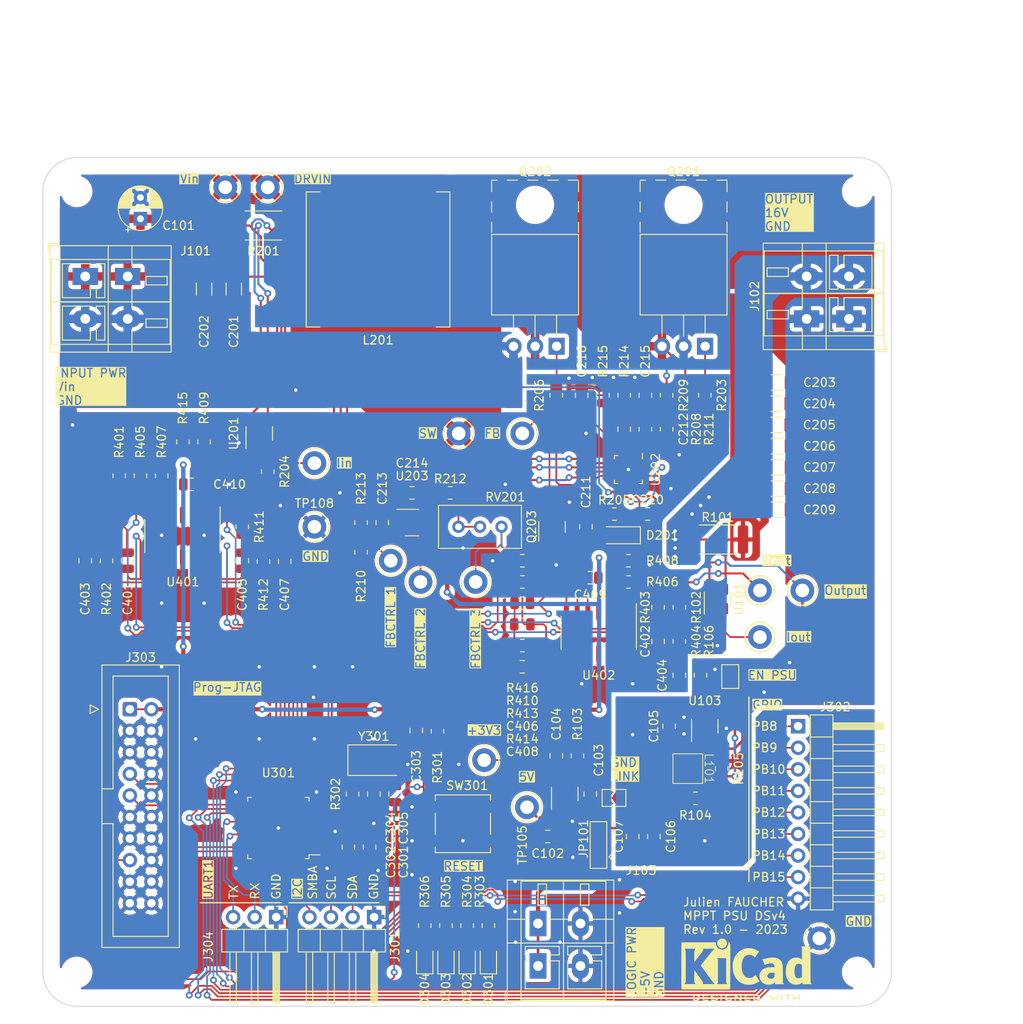
<source format=kicad_pcb>
(kicad_pcb (version 20221018) (generator pcbnew)
  (layers (0 "F.Cu" mixed) (1 "In1.Cu" power) (2 "In2.Cu" power) (31 "B.Cu" mixed) (34 "B.Paste" user) (35 "F.Paste" user) (36 "B.SilkS" user "B.Silkscreen") (37 "F.SilkS" user "F.Silkscreen") (38 "B.Mask" user) (39 "F.Mask" user) (44 "Edge.Cuts" user))
  (net 0 "")
  (net 1 "GND")
  (net 2 "+3.3V")
  (net 3 "/Core/BST")
  (net 4 "/Core/SW")
  (net 5 "/Core/DRIVER_VCC")
  (net 6 "/Control/~{RST}")
  (net 7 "/Analog Interface/Iin_filtered")
  (net 8 "/Analog Interface/Iout_filtered")
  (net 9 "/Analog Interface/Vin_filtered")
  (net 10 "/Analog Interface/Vout_filtered")
  (net 11 "Net-(U401D-+)")
  (net 12 "/Vout")
  (net 13 "/Control/I2C_SMBA")
  (net 14 "/Control/I2C_SCL")
  (net 15 "/Control/I2C_SDA")
  (net 16 "Net-(J302-Pin_1)")
  (net 17 "Net-(J302-Pin_2)")
  (net 18 "Net-(J302-Pin_3)")
  (net 19 "Net-(J302-Pin_4)")
  (net 20 "Net-(J302-Pin_5)")
  (net 21 "Net-(J302-Pin_6)")
  (net 22 "Net-(J302-Pin_7)")
  (net 23 "Net-(J302-Pin_8)")
  (net 24 "/Control/SWDIO")
  (net 25 "/Control/SWDCLK")
  (net 26 "/Core/FB")
  (net 27 "/Analog Interface/Iin")
  (net 28 "/Iout")
  (net 29 "Net-(Q202-G)")
  (net 30 "/AlimCTRL")
  (net 31 "/Analog Interface/Iin_MEAS")
  (net 32 "/Analog Interface/Iout_MEAS")
  (net 33 "Net-(U401C-+)")
  (net 34 "/Analog Interface/Vin_MEAS")
  (net 35 "/Analog Interface/Vout_MEAS")
  (net 42 "Net-(J304-Pin_2)")
  (net 45 "Net-(J304-Pin_3)")
  (net 51 "/Vin")
  (net 52 "/Output")
  (net 53 "Net-(JP101-C)")
  (net 55 "Net-(U102-BP)")
  (net 56 "Net-(U202-COMP)")
  (net 57 "Net-(C212-Pad2)")
  (net 58 "Net-(U203-+)")
  (net 59 "Net-(C401-Pad1)")
  (net 60 "Net-(C402-Pad1)")
  (net 61 "Net-(U402D-+)")
  (net 62 "Net-(C405-Pad1)")
  (net 63 "Net-(C406-Pad1)")
  (net 64 "Net-(U402C-+)")
  (net 65 "Net-(Q201-G)")
  (net 66 "Net-(Q203-B)")
  (net 67 "Net-(U202-HDRV)")
  (net 68 "Net-(U202-EN)")
  (net 69 "Net-(U202-LDRV)")
  (net 70 "Net-(U202-RT)")
  (net 71 "Net-(U203--)")
  (net 72 "Net-(R212-Pad2)")
  (net 73 "Net-(U401B--)")
  (net 74 "Net-(U402A--)")
  (net 75 "Net-(U401A-+)")
  (net 76 "Net-(U402B-+)")
  (net 78 "Net-(U202-SS)")
  (net 80 "/Core/DRV_VIN")
  (net 81 "Net-(C304-Pad1)")
  (net 82 "Net-(U301-PF0)")
  (net 83 "Net-(U301-PF1)")
  (net 84 "Net-(U103-BOOT)")
  (net 85 "Net-(U103-SW)")
  (net 86 "Net-(JP101-B)")
  (net 87 "Net-(JP102-A)")
  (net 88 "Net-(U103-FB)")
  (net 89 "Net-(D301-A)")
  (net 90 "Net-(D302-A)")
  (net 91 "Net-(D303-A)")
  (net 92 "Net-(D304-A)")
  (net 93 "Net-(J103-Pin_1)")
  (net 94 "Net-(U301-PD3)")
  (net 95 "Net-(U301-PD2)")
  (net 96 "Net-(U301-PD1)")
  (net 97 "Net-(U301-PD0)")
  (footprint "Package_QFP:LQFP-48_7x7mm_P0.5mm" (layer "F.Cu") (at 102.75 122 180)
    (fp_text reference "U301")
    (fp_text value "STM32G051C6Tx")
  )
  (footprint "Capacitor_SMD:C_0805_2012Metric" (layer "F.Cu") (at 138.5 71 90)
    (fp_text reference "C216")
    (fp_text value "15p")
  )
  (footprint "Inductor_SMD:L_Coilcraft_XAL1510-223" (layer "F.Cu") (at 114.5 55 -90)
    (fp_text reference "L201")
    (fp_text value "22u")
  )
  (footprint "Resistor_SMD:R_0805_2012Metric" (layer "F.Cu") (at 131.5 93)
    (fp_text reference "R410")
    (fp_text value "200k")
  )
  (footprint "Capacitor_SMD:C_0805_2012Metric" (layer "F.Cu") (at 115 86 90)
    (fp_text reference "C213")
    (fp_text value "100n")
  )
  (footprint "Capacitor_SMD:C_0805_2012Metric" (layer "F.Cu") (at 139 86.5 90)
    (fp_text reference "C211")
    (fp_text value "1u")
  )
  (footprint "Symbol:KiCad-Logo2_6mm_SilkScreen" (layer "F.Cu") (at 157.9 138)
    (fp_text reference "REF**" hide)
    (fp_text value "KiCad-Logo2_6mm_SilkScreen" hide)
  )
  (footprint "Package_TO_SOT_SMD:SOT-23-5" (layer "F.Cu") (at 154.5 95 90)
    (fp_text reference "U101")
    (fp_text value "ZXCT1110")
  )
  (footprint "Capacitor_SMD:C_1206_3216Metric" (layer "F.Cu") (at 161.525001 84.499999)
    (fp_text reference "C209")
    (fp_text value "47u")
  )
  (footprint "Resistor_SMD:R_0805_2012Metric" (layer "F.Cu") (at 142.35 85)
    (fp_text reference "R205")
    (fp_text value "2")
  )
  (footprint "TestPoint:TestPoint_Keystone_5010-5014_Multipurpose" (layer "F.Cu") (at 166.5 135)
    (fp_text reference "TP107" hide)
    (fp_text value "TestPoint")
  )
  (footprint "TestPoint:TestPoint_Keystone_5010-5014_Multipurpose" (layer "F.Cu") (at 124 75.5)
    (fp_text reference "TP203" hide)
    (fp_text value "V_{SW}")
  )
  (footprint "Connector_PinHeader_2.54mm:PinHeader_1x03_P2.54mm_Horizontal" (layer "F.Cu") (at 102.5 132.5 -90)
    (fp_text reference "J304")
    (fp_text value "Conn_01x03")
  )
  (footprint "Resistor_SMD:R_0805_2012Metric" (layer "F.Cu") (at 151.9 118.5 180)
    (fp_text reference "R104")
    (fp_text value "22k")
  )
  (footprint "Package_TO_SOT_SMD:SOT-23-5" (layer "F.Cu") (at 136.5 118 90)
    (fp_text reference "U102" hide)
    (fp_text value "LDK130-33_SOT23_SOT353")
  )
  (footprint "MountingHole:MountingHole_3.2mm_M3" (layer "F.Cu") (at 79 47)
    (fp_text reference "H102" hide)
    (fp_text value "M3")
  )
  (footprint "TestPoint:TestPoint_Keystone_5010-5014_Multipurpose" (layer "F.Cu") (at 126 93)
    (fp_text reference "TP206" hide)
    (fp_text value "V_{BJT}")
  )
  (footprint "Resistor_SMD:R_0805_2012Metric" (layer "F.Cu") (at 144 93)
    (fp_text reference "R406")
    (fp_text value "33k")
  )
  (footprint "Resistor_SMD:R_0805_2012Metric" (layer "F.Cu") (at 144 90.5 180)
    (fp_text reference "R408")
    (fp_text value "33k")
  )
  (footprint "Package_TO_SOT_SMD:SOT-23-6" (layer "F.Cu") (at 153 110 90)
    (fp_text reference "U103")
    (fp_text value "LMR51430")
  )
  (footprint "Capacitor_SMD:C_1206_3216Metric" (layer "F.Cu") (at 94 58.5 -90)
    (fp_text reference "C202")
    (fp_text value "47u")
  )
  (footprint "Resistor_SMD:R_0805_2012Metric" (layer "F.Cu") (at 148.5 71 90)
    (fp_text reference "R209")
    (fp_text value "12k")
  )
  (footprint "Package_SO:SOIC-14_3.9x8.7mm_P1.27mm" (layer "F.Cu") (at 91.45 87.6 -90)
    (fp_text reference "U401")
    (fp_text value "TSV914")
  )
  (footprint "Diode_SMD:D_SOD-123" (layer "F.Cu") (at 143.05 87.5 180)
    (fp_text reference "D201")
    (fp_text value "XBS104S14R-G")
  )
  (footprint "TestPoint:TestPoint_Keystone_5010-5014_Multipurpose" (layer "F.Cu") (at 107 79)
    (fp_text reference "TP103" hide)
    (fp_text value "V_{IIN}")
  )
  (footprint "Connector_IDC:IDC-Header_2x10_P2.54mm_Vertical" (layer "F.Cu") (at 85.25 108)
    (fp_text reference "J303")
    (fp_text value "Conn_ARM_JTAG_SWD_20")
  )
  (footprint "Resistor_SMD:R_0805_2012Metric" (layer "F.Cu") (at 123 82.5)
    (fp_text reference "R212")
    (fp_text value "200k")
  )
  (footprint "Capacitor_SMD:C_0805_2012Metric" (layer "F.Cu") (at 147.5 100 -90)
    (fp_text reference "C402")
    (fp_text value "100p")
  )
  (footprint "Resistor_SMD:R_0805_2012Metric" (layer "F.Cu") (at 153 71 -90)
    (fp_text reference "R203")
    (fp_text value "2")
  )
  (footprint "Resistor_SMD:R_0805_2012Metric" (layer "F.Cu") (at 112.5 86 90)
    (fp_text reference "R213")
    (fp_text value "10k")
  )
  (footprint "Potentiometer_THT:Potentiometer_Bourns_3296W_Vertical" (layer "F.Cu") (at 129.05 86.5)
    (fp_text reference "RV201")
    (fp_text value "200k (0k)")
  )
  (footprint "Package_TO_SOT_SMD:SOT-23" (layer "F.Cu") (at 135 86.5 90)
    (fp_text reference "Q203")
    (fp_text value "BC846")
  )
  (footprint "TestPoint:TestPoint_Keystone_5010-5014_Multipurpose" (layer "F.Cu") (at 101.5 46.5)
    (fp_text reference "TP202" hide)
    (fp_text value "TestPoint")
  )
  (footprint "TestPoint:TestPoint_Keystone_5010-5014_Multipurpose" (layer "F.Cu") (at 107 86.5)
    (fp_text reference "TP108")
    (fp_text value "TestPoint")
  )
  (footprint "Package_TO_SOT_SMD:SOT-23-5" (layer "F.Cu") (at 100.5 75.5 90)
    (fp_text reference "U201")
    (fp_text value "ZXCT1110")
  )
  (footprint "LED_SMD:LED_0805_2012Metric" (layer "F.Cu") (at 120 137.5 90)
    (fp_text reference "D304")
    (fp_text value "LED")
  )
  (footprint "TerminalBlock_WAGO:TerminalBlock_WAGO_236-402_1x02_P5.00mm_45Degree" (layer "F.Cu") (at 165 62 90)
    (fp_text reference "J102")
    (fp_text value "Conn_01x02")
  )
  (footprint "Capacitor_SMD:C_1206_3216Metric" (layer "F.Cu") (at 97.5 58.5 -90)
    (fp_text reference "C201")
    (fp_text value "47u")
  )
  (footprint "Capacitor_SMD:C_0805_2012Metric" (layer "F.Cu") (at 147 123 90)
    (fp_text reference "C106")
    (fp_text value "10u")
  )
  (footprint "Capacitor_SMD:C_0805_2012Metric" (layer "F.Cu") (at 111 124.25 90)
    (fp_text reference "C301")
    (fp_text value "100n")
  )
  (footprint "Resistor_SMD:R_0805_2012Metric" (layer "F.Cu") (at 94 76.5 -90)
    (fp_text reference "R409")
    (fp_text value "200k")
  )
  (footprint "MountingHole:MountingHole_3.2mm_M3" (layer "F.Cu") (at 79 139)
    (fp_text reference "H104" hide)
    (fp_text value "M3")
  )
  (footprint "Jumper:SolderJumper-2_P1.3mm_Open_TrianglePad1.0x1.5mm" (layer "F.Cu") (at 142.3 118.45 180)
    (fp_text reference "JP103" hide)
    (fp_text value "LINK_GND")
  )
  (footprint "Resistor_SMD:R_0805_2012Metric" (layer "F.Cu") (at 131.5 90.5 180)
    (fp_text reference "R416")
    (fp_text value "33k")
  )
  (footprint "Capacitor_SMD:C_0805_2012Metric" (layer "F.Cu") (at 98.5 90.5 -90)
    (fp_text reference "C405")
    (fp_text value "100p")
  )
  (footprint "Resistor_SMD:R_0805_2012Metric" (layer "F.Cu") (at 150 100 -90)
    (fp_text reference "R404")
    (fp_text value "33k")
  )
  (footprint "Capacitor_SMD:C_0805_2012Metric" (layer "F.Cu") (at 131.5 103 180)
    (fp_text reference "C408")
    (fp_text value "100p")
  )
  (footprint "Resistor_SMD:R_0805_2012Metric" (layer "F.Cu") (at 101 90.5875 -90)
    (fp_text reference "R412")
    (fp_text value "33k")
  )
  (footprint "LED_SMD:LED_0805_2012Metric" (layer "F.Cu") (at 122.5 137.5 90)
    (fp_text reference "D303")
    (fp_text value "LED")
  )
  (footprint "Capacitor_SMD:C_0805_2012Metric" (layer "F.Cu") (at 114 118 -90)
    (fp_text reference "C304")
    (fp_text value "C")
  )
  (footprint "TestPoint:TestPoint_Keystone_5010-5014_Multipurpose" (layer "F.Cu") (at 132.05 119.55 180)
    (fp_text reference "TP105")
    (fp_text value "TestPoint")
  )
  (footprint "Connector_PinHeader_2.54mm:PinHeader_1x04_P2.54mm_Horizontal" (layer "F.Cu") (at 114.04 132.5 -90)
    (fp_text reference "J301")
    (fp_text value "Conn_01x04")
  )
  (footprint "Resistor_SMD:R_0805_2012Metric" (layer "F.Cu") (at 141 71 90)
    (fp_text reference "R215")
    (fp_text value "15k")
  )
  (footprint "Capacitor_SMD:C_1206_3216Metric" (layer "F.Cu") (at 161.525001 76.999999)
    (fp_text reference "C206")
    (fp_text value "47u")
  )
  (footprint "Resistor_SMD:R_0805_2012Metric" (layer "F.Cu") (at 82.5 90.5 -90)
    (fp_text reference "R402")
    (fp_text value "33k")
  )
  (footprint "Capacitor_SMD:C_0805_2012Metric" (layer "F.Cu") (at 131.5 98)
    (fp_text reference "C406")
    (fp_text value "100p")
  )
  (footprint "Package_SO:SOIC-14_3.9x8.7mm_P1.27mm" (layer "F.Cu") (at 140.5 99 -90)
    (fp_text reference "U402")
    (fp_text value "TSV914")
  )
  (footprint "Resistor_SMD:R_0805_2012Metric" (layer "F.Cu") (at 146 75 90)
    (fp_text reference "R208")
    (fp_text value "470k")
  )
  (footprint "TestPoint:TestPoint_Keystone_5010-5014_Multipurpose" (layer "F.Cu") (at 159.5 99.5)
    (fp_text reference "TP104" hide)
    (fp_text value "V_{IOUT}")
  )
  (footprint "Resistor_SMD:R_0805_2012Metric" (layer "F.Cu") (at 86.5 80.5 90)
    (fp_text reference "R405")
    (fp_text value "33k")
  )
  (footprint "TerminalBlock_WAGO:TerminalBlock_WAGO_236-402_1x02_P5.00mm_45Degree" (layer "F.Cu") (at 85 57 -90)
    (fp_text reference "J101")
    (fp_text value "Conn_01x02")
  )
  (footprint "Resistor_SMD:R_0805_2012Metric" (layer "F.Cu") (at 125 133.5 -90)
    (fp_text reference "R304")
    (fp_text value "10k")
  )
  (footprint "Connector_PinHeader_2.54mm:PinHeader_1x09_P2.54mm_Horizontal" (layer "F.Cu") (at 164 110)
    (fp_text reference "J302")
    (fp_text value "Conn_01x09")
  )
  (footprint "TestPoint:TestPoint_Keystone_5010-5014_Multipurpose" (layer "F.Cu") (at 164.5 94)
    (fp_text reference "TP102" hide)
    (fp_text value "TestPoint")
  )
  (footprint "Resistor_SMD:R_0805_2012Metric" (layer "F.Cu") (at 131.5 95.5 180)
    (fp_text reference "R413")
    (fp_text value "33k")
  )
  (footprint "Resistor_SMD:R_0805_2012Metric" (layer "F.Cu") (at 111.5 118 -90)
    (fp_text reference "R302")
    (fp_text value "0")
  )
  (footprint "TestPoint:TestPoint_Keystone_5010-5014_Multipurpose" (layer "F.Cu") (at 159.5 94)
    (fp_text reference "TP101" hide)
    (fp_text value "TestPoint")
  )
  (footprint "Resistor_SMD:R_0805_2012Metric" (layer "F.Cu") (at 147.5 96 -90)
    (fp_text reference "R403")
    (fp_text value "33k")
  )
  (footprint "LED_SMD:LED_0805_2012Metric" (layer "F.Cu") (at 125 137.5 90)
    (fp_text reference "D302")
    (fp_text value "LED")
  )
  (footprint "Capacitor_SMD:C_0805_2012Metric" (layer "F.Cu") (at 135.5 113.5 90)
    (fp_text reference "C104")
    (fp_text value "1u")
  )
  (footprint "Resistor_SMD:R_0805_2012Metric" (layer "F.Cu") (at 91.5 76.5 90)
    (fp_text reference "R415")
    (fp_text value "100k")
  )
  (footprint "Resistor_SMD:R_0805_2012Metric" (layer "F.Cu") (at 127.5 133.5 -90)
    (fp_text reference "R303")
    (fp_text value "10k")
  )
  (footprint "TestPoint:TestPoint_Keystone_5010-5014_Multipurpose" (layer "F.Cu") (at 96.5 46.5)
    (fp_text reference "TP201" hide)
    (fp_text value "TestPoint")
  )
  (footprint "Crystal:Crystal_SMD_5032-2Pin_5.0x3.2mm" (layer "F.Cu") (at 114 114)
    (fp_text reference "Y301")
    (fp_text value "8MHz")
  )
  (footprint "Button_Switch_SMD:SW_SPST_B3SL-1022P" (layer "F.Cu") (at 124.5 121.5 180)
    (fp_text reference "SW301")
    (fp_text value "SW_Push_Dual")
  )
  (footprint "Capacitor_SMD:C_0805_2012Metric" (layer "F.Cu") (at 150 104 -90)
    (fp_text reference "C404")
    (fp_text value "100p")
  )
  (footprint "Jumper:SolderJumper-3_P2.0mm_Open_TrianglePad1.0x1.5mm" (layer "F.Cu") (at 140.5 124 90)
    (fp_text reference "JP101")
    (fp_text value "SolderJumper_3_Open")
  )
  (footprint "Resistor_SMD:R_0805_2012Metric" (layer "F.Cu") (at 150 96 -90)
    (fp_text reference "R102")
    (fp_text value "12k")
  )
  (footprint "Capacitor_THT:CP_Radial_D5.0mm_P2.50mm" (layer "F.Cu") (at 86.5 50.205112 90)
    (fp_text reference "C101")
    (fp_text value "47u")
  )
  (footprint "Package_TO_SOT_THT:TO-220-3_Horizontal_TabUp" (layer "F.Cu") (at 135.54 65.23 180)
    (fp_text reference "Q202")
    (fp_text value "TK4R3E06PL")
  )
  (footprint "Resistor_SMD:R_0805_2012Metric" (layer "F.Cu") (at 138 113.5 -90)
    (fp_text reference "R103")
    (fp_text value "NM")
  )
  (footprint "Capacitor_SMD:C_1206_3216Metric" (layer "F.Cu") (at 161.525001 79.499999)
    (fp_text reference "C207")
    (fp_text value "47u")
  )
  (footprint "Capacitor_SMD:C_0805_2012Metric" (layer "F.Cu") (at 139.5 92.5)
    (fp_text reference "C409")
    (fp_text value "100n")
  )
  (footprint "Capacitor_SMD:C_0805_2012Metric" (layer "F.Cu") (at 134.5 123 180)
    (fp_text reference "C102")
    (fp_text value "1u")
  )
  (footprint "Resistor_SMD:R_0805_2012Metric" (layer "F.Cu") (at 121.5 110.5875 -90)
    (fp_text reference "R301")
    (fp_text value "10k")
  )
  (footprint "Capacitor_SMD:C_0805_2012Metric" (layer "F.Cu") (at 116.5 118 -90)
    (fp_text reference "C305")
    (fp_text value "C")
  )
  (footprint "Capacitor_SMD:C_0805_2012Metric" (layer "F.Cu") (at 139.5 118 -90)
    (fp_text reference "C103")
    (fp_text value "10n")
  )
  (footprint "Capacitor_SMD:C_0805_2012Metric" (layer "F.Cu") (at 143.5 75 90)
    (fp_text reference "C212")
    (fp_text value "47n")
  )
  (footprint "Resistor_SMD:R_0805_2012Metric" (layer "F.Cu") (at 148.5 75 90)
    (fp_text reference "R211")
    (fp_text value "1k8")
  )
  (footprint "Package_TO_SOT_SMD:SOT-23-5" (layer "F.Cu") (at 118.5 86)
    (fp_text reference "U203")
    (fp_text value "TSV911xxLx")
  )
  (footprint "Capacitor_SMD:C_0805_2012Metric" (layer "F.Cu") (at 144.5 123 90)
    (fp_text reference "C107")
    (fp_text value "10u")
  )
  (footprint "Resistor_SMD:R_0805_2012Metric" (layer "F.Cu") (at 122.5 133.5 -90)
    (fp_text reference "R305")
    (fp_text value "10k")
  )
  (footprint "Capacitor_SMD:C_0805_2012Metric" (layer "F.Cu") (at 148.8 110 -90)
    (fp_text reference "C105")
    (fp_text value "100n")
  )
  (footprint "Resistor_SMD:R_0805_2012Metric" (layer "F.Cu") (at 131.5 100.5)
    (fp_text reference "R414")
    (fp_text value "33k")
  )
  (footprint "Package_TO_SOT_THT:TO-220-3_Horizontal_TabUp" (layer "F.Cu") (at 153.04 65.23 180)
    (fp_text reference "Q201")
    (fp_text value "TK4R3E06PL")
  )
  (footprint "Capacitor_SMD:C_0805_2012Metric" (layer "F.Cu") (at 146.2625 85)
    (fp_text reference "C210")
    (fp_text value "100n/16V")
  )
  (footprint "MountingHole:MountingHole_3.2mm_M3" (layer "F.Cu") (at 171 139)
    (fp_text reference "H103" hide)
    (fp_text value "M3")
  )
  (footprint "TestPoint:TestPoint_Keystone_5010-5014_Multipurpose" (layer "F.Cu") (at 131.5 75.5)
    (fp_text reference "TP204" hide)
    (fp_text value "V_{FB}")
  )
  (footprint "power_supply:VLS3015CX" (layer "F.Cu") (at 151 115 -90)
    (fp_text reference "L101")
    (fp_text value "3.3u")
  )
  (footprint "TestPoint:TestPoint_Keystone_5010-5014_Multipurpose" (layer "F.Cu") (at 116 90.5)
    (fp_text reference "TP205" hide)
    (fp_text value "V_{CTRL}")
  )
  (footprint "Jumper:SolderJumper-2_P1.3mm_Open_TrianglePad1.0x1.5mm" (layer "F.Cu") (at 156 104.15 90)
    (fp_text reference "JP102" hide)
    (fp_text value "EN DIG SUPPLY")
  )
  (footprint "TestPoint:TestPoint_Keystone_5010-5014_Multipurpose" (layer "F.Cu") (at 119.5 93)
    (fp_text reference "TP207" hide)
    (fp_text value "R_{BJT}")
  )
  (footprint "Capacitor_SMD:C_0805_2012Metric" (layer "F.Cu") (at 80 90.5 90)
    (fp_text reference "C403")
    (fp_text value "100p")
  )
  (footprint "Capacitor_SMD:C_0805_2012Metric" (layer "F.Cu") (at 119 110.5 90)
    (fp_text reference "C303")
    (fp_text value "100n")
  )
  (footprint "Resistor_SMD:R_0805_2012Metric" (layer "F.Cu") (at 89 80.5 -90)
    (fp_text reference "R407")
    (fp_text value "33k")
  )
  (footprint "Resistor_SMD:R_0805_2012Metric" (layer "F.Cu") (at 84 80.5 -90)
    (fp_text reference "R401")
    (fp_text value "33k")
  )
  (footprint "Capacitor_SMD:C_0805_2012Metric" (layer "F.Cu") (at 113.5 124.25 90)
    (fp_text reference "C302")
    (fp_text value "100n")
  )
  (footprint "MountingHole:MountingHole_3.2mm_M3" (layer "F.Cu") (at 171 47)
    (fp_text reference "H101" hide)
    (fp_text value "M3")
  )
  (footprint "Resistor_SMD:R_0805_2012Metric" (layer "F.Cu") (at 143.5 71 90)
    (fp_text reference "R214")
    (fp_text value "150k")
  )
  (footprint "Capacitor_SMD:C_1206_3216Metric" (layer "F.Cu") (at 161.500001 74.499999)
    (fp_text reference "C205")
    (fp_text value "47u")
  )
  (footprint "TestPoint:TestPoint_Keystone_5010-5014_Multipurpose" (layer "F.Cu") (at 127 114 180)
    (fp_text reference "TP106" hide)
    (fp_text value "TestPoint")
  )
  (footprint "Resistor_SMD:R_0805_2012Metric" (layer "F.Cu") (at 152.5 104 -90)
    (fp_text reference "R106")
    (fp_text value "10k")
  )
  (footprint "Resistor_SMD:R_2512_6332Metric" (layer "F.Cu") (at 101 51 180)
    (fp_text reference "R201")
    (fp_text value "8m")
  )
  (footprint "LED_SMD:LED_0805_2012Metric" (layer "F.Cu") (at 127.5 137.5 90)
    (fp_text reference "D301")
    (fp_text value "LED")
  )
  (footprint "Capacitor_SMD:C_1206_3216Metric" (layer "F.Cu") (at 161.500001 71.999999)
    (fp_text reference "C204")
    (fp_text value "47u")
  )
  (footprint "TerminalBlock_WAGO:TerminalBlock_WAGO_236-402_1x02_P5.00mm_45Degree" (layer "F.Cu") (at 133.35 133.25)
    (fp_text reference "J103")
    (fp_text value "Conn_01x02")
  )
  (footprint "Resistor_SMD:R_0805_2012Metric" (layer "F.Cu") (at 101.5 80 -90)
    (fp_text reference "R204")
    (fp_text value "12k")
  )
  (footprint "Capacitor_SMD:C_0805_2012Metric" (layer "F.Cu") (at 103.5 90.5875 90)
    (fp_text reference "C407")
    (fp_text value "100p")
  )
  (footprint "Capacitor_SMD:C_0805_2012Metric" (layer "F.Cu") (at 85 90.5 -90)
    (fp_text reference "C401")
    (fp_text value "100p")
  )
  (footprint "Resistor_SMD:R_0805_2012Metric" (layer "F.Cu") (at 120 133.5 -90)
    (fp_text reference "R306")
    (fp_text value "10k")
  )
  (footprint "Resistor_SMD:R_0805_2012Metric" (layer "F.Cu") (at 135.5 71 90)
    (fp_text reference "R206")
    (fp_text value "2")
  )
  (footprint "Capacitor_SMD:C_1206_3216Metric" (layer "F.Cu") (at 161.525001 69.499999)
    (fp_text reference "C203")
    (fp_text value "47u")
  )
  (footprint "Resistor_SMD:R_0805_2012Metric" (layer "F.Cu") (at 155 115 -90)
    (fp_text reference "R105")
    (fp_text value "3.3k")
  )
  (footprint "Capacitor_SMD:C_1206_3216Metric" (layer "F.Cu") (at 161.525001 81.999999)
    (fp_text reference "C208")
    (fp_text value "47u")
  )
  (footprint "Resistor_SMD:R_0805_2012Metric" (layer "F.Cu") (at 112.5 89.5 90)
    (fp_text reference "R210")
    (fp_text value "10k")
  )
  (footprint "Capacitor_SMD:C_0805_2012Metric" (layer "F.Cu") (at 146 71 90)
    (fp_text reference "C215")
    (fp_text value "100n")
  )
  (footprint "Resistor_SMD:R_2512_6332Metric" (layer "F.Cu") (at 154.5375 88)
    (fp_text reference "R101")
    (fp_text value "8m")
  )
  (footprint "Capacitor_SMD:C_0805_2012Metric" (layer "F.Cu") (at 92.5 81.5 180)
    (fp_text reference "C410")
    (fp_text value "100n")
  )
  (footprint "Resistor_SMD:R_0805_2012Metric" (layer "F.Cu") (at 98.5 86.5 -90)
    (fp_text reference "R411")
    (fp_text value "33k")
  )
  (footprint "power_supply:QFN-16_EP_3x3_Pitch0.5mm" (layer "F.Cu") (at 144 79.75 -90)
    (fp_text reference "U202")
    (fp_text value "TPS43060")
  )
  (footprint "Capacitor_SMD:C_0805_2012Metric" (layer "F.Cu") (at 118.5 82.5 180)
    (fp_text reference "C214")
    (fp_text value "100n")
  )
  (gr_line (start 93.55 130.8) (end 103.1 130.8) (stroke (width 0.15)) (layer "F.SilkS"))
  (gr_line (start 158.2 106.55) (end 158.2 128.3) (stroke (width 0.15)) (layer "F.SilkS"))
  (gr_line (start 104.025 130.8) (end 114.6 130.8) (stroke (width 0.15)) (layer "F.SilkS"))
  (gr_line (start 175 47) (end 175 139) (stroke (width 0.1)) (layer "Edge.Cuts"))
  (gr_arc (start 79 143) (mid 76.171573 141.828427) (end 75 139) (stroke (width 0.1)) (layer "Edge.Cuts"))
  (gr_line (start 75 139) (end 75 47) (stroke (width 0.1)) (layer "Edge.Cuts"))
  (gr_arc (start 175 139) (mid 173.828427 141.828427) (end 171 143) (stroke (width 0.1)) (layer "Edge.Cuts"))
  (gr_arc (start 171 43) (mid 173.828427 44.171573) (end 175 47) (stroke (width 0.1)) (layer "Edge.Cuts"))
  (gr_line (start 79 43) (end 171 43) (stroke (width 0.1)) (layer "Edge.Cuts"))
  (gr_arc (start 75 47) (mid 76.171573 44.171573) (end 79 43) (stroke (width 0.1)) (layer "Edge.Cuts"))
  (gr_line (start 171 143) (end 79 143) (stroke (width 0.1)) (layer "Edge.Cuts"))
  (gr_text "+3V3" (at 127 110.5) (layer "F.SilkS" knockout) (effects (font (size 1 1))))
  (gr_text "GND" (at 114 130.5 90) (layer "F.SilkS") (effects (font (size 1 1)) (justify left)))
  (gr_text "FBCTRL 3" (at 126 96 90) (layer "F.SilkS" knockout) (effects (font (size 1 1)) (justify right)))
  (gr_text "Iin" (at 109.5 79) (layer "F.SilkS" knockout) (effects (font (size 1 1)) (justify left)))
  (gr_text "PB13" (at 158.5 122.7) (layer "F.SilkS") (effects (font (size 1 1)) (justify left)))
  (gr_text "UART1" (at 94.5 130.5 90) (layer "F.SilkS" knockout) (effects (font (size 1 1)) (justify left)))
  (gr_text "RX" (at 100 130.5 90) (layer "F.SilkS") (effects (font (size 1 1)) (justify left)))
  (gr_text "PB9" (at 158.5 112.54) (layer "F.SilkS") (effects (font (size 1 1)) (justify left)))
  (gr_text "SDA" (at 111.5 130.5 90) (layer "F.SilkS") (effects (font (size 1 1)) (justify left)))
  (gr_text "OUTPUT\n16V\nGND" (at 160 49.5) (layer "F.SilkS" knockout) (effects (font (size 1 1)) (justify left)))
  (gr_text "GND" (at 105.5 90) (layer "F.SilkS" knockout) (effects (font (size 1 1)) (justify left)))
  (gr_text "EN PSU" (at 158 104) (layer "F.SilkS" knockout) (effects (font (size 1 1)) (justify left)))
  (gr_text "GPIO" (at 158.5 107.5) (layer "F.SilkS" knockout) (effects (font (size 1 1)) (justify left)))
  (gr_text "LOGIC PWR\n+5V\nGND" (at 146 142 90) (layer "F.SilkS" knockout) (effects (font (size 1 1)) (justify left)))
  (gr_text "Vout" (at 161.5 90.5) (layer "F.SilkS" knockout) (effects (font (size 1 1))))
  (gr_text "PB15" (at 158.5 127.78) (layer "F.SilkS") (effects (font (size 1 1)) (justify left)))
  (gr_text "PB12" (at 158.5 120.16) (layer "F.SilkS") (effects (font (size 1 1)) (justify left)))
  (gr_text "PB14" (at 158.5 125.24) (layer "F.SilkS") (effects (font (size 1 1)) (justify left)))
  (gr_text "GND\nLINK" (at 141.85 115.1) (layer "F.SilkS" knockout) (effects (font (size 1 1)) (justify left)))
  (gr_text "5V" (at 132 116) (layer "F.SilkS" knockout) (effects (font (size 1 1))))
  (gr_text "SDA" (at 111.5 130.5 90) (layer "F.SilkS") (effects (font (size 1 1)) (justify left)))
  (gr_text "FBCTRL 2" (at 119.5 96 90) (layer "F.SilkS" knockout) (effects (font (size 1 1)) (justify right)))
  (gr_text "FBCTRL 1" (at 116 93.5 90) (layer "F.SilkS" knockout) (effects (font (size 1 1)) (justify right)))
  (gr_text "DRVIN" (at 104.5 45.5) (layer "F.SilkS" knockout) (effects (font (size 1 1)) (justify left)))
  (gr_text "TX" (at 97.5 130.5 90) (layer "F.SilkS") (effects (font (size 1 1)) (justify left)))
  (gr_text "GND" (at 102.5 130.5 90) (layer "F.SilkS") (effects (font (size 1 1)) (justify left)))
  (gr_text "PB10" (at 158.5 115.08) (layer "F.SilkS") (effects (font (size 1 1)) (justify left)))
  (gr_text "SW" (at 121.5 75.5) (layer "F.SilkS" knockout) (effects (font (size 1 1)) (justify right)))
  (gr_text "SMBA" (at 106.8 130.5 90) (layer "F.SilkS") (effects (font (size 1 1)) (justify left)))
  (gr_text "Julien FAUCHER\nMPPT PSU DSv4\nRev 1.0 - 2023\n" (at 150.35 130.15) (layer "F.SilkS") (effects (font (size 1 1)) (justify left top)))
  (gr_text "I2C" (at 105 130.5 90) (layer "F.SilkS" knockout) (effects (font (size 1 1)) (justify left)))
  (gr_text "PB11" (at 158.5 117.62) (layer "F.SilkS") (effects (font (size 1 1)) (justify left)))
  (gr_text "Iout" (at 162.5 99.5) (layer "F.SilkS" knockout) (effects (font (size 1 1)) (justify left)))
  (gr_text "Prog-JTAG" (at 92.6 106) (layer "F.SilkS" knockout) (effects (font (size 1 1)) (justify left bottom)))
  (gr_text "Vin" (at 93.5 45.5) (layer "F.SilkS" knockout) (effects (font (size 1 1)) (justify right)))
  (gr_text "FB" (at 129 75.5) (layer "F.SilkS" knockout) (effects (font (size 1 1)) (justify right)))
  (gr_text "INPUT PWR\nVin\nGND" (at 76.5 70) (layer "F.SilkS" knockout) (effects (font (size 1 1)) (justify left)))
  (gr_text "RESET" (at 124.5 126.5) (layer "F.SilkS" knockout) (effects (font (size 1 1))))
  (gr_text "SCL" (at 109 130.5 90) (layer "F.SilkS") (effects (font (size 1 1)) (justify left)))
  (gr_text "GND" (at 169.5 133) (layer "F.SilkS" knockout) (effects (font (size 1 1)) (justify left)))
  (gr_text "PB8" (at 158.5 110) (layer "F.SilkS") (effects (font (size 1 1)) (justify left)))
  (gr_text "Output" (at 167 94) (layer "F.SilkS" knockout) (effects (font (size 1 1)) (justify left)))
  (segment (start 141.65 82.45) (end 142.65 82.45) (width 0.2) (layer "F.Cu") (net 1))
  (segment (start 144 79.2) (end 144 79.75) (width 0.2) (layer "F.Cu") (net 1))
  (segment (start 145.475 79) (end 144.2 79) (width 0.2) (layer "F.Cu") (net 1))
  (segment (start 142.65 82.45) (end 142.925 82.175) (width 0.2) (layer "F.Cu") (net 1))
  (segment (start 144.2 79) (end 144 79.2) (width 0.2) (layer "F.Cu") (net 1))
  (segment (start 145.475 79) (end 146.35 79) (width 0.2) (layer "F.Cu") (net 1))
  (segment (start 110.7 121.75) (end 111.9 120.55) (width 0.2) (layer "F.Cu") (net 1))
  (segment (start 122.5 138.4375) (end 125 138.4375) (width 0.2) (layer "F.Cu") (net 1))
  (segment (start 146 90.5) (end 146.5 91) (width 0.2) (layer "F.Cu") (net 1))
  (segment (start 117.3625 86) (end 116.35 86) (width 0.2) (layer "F.Cu") (net 1))
  (segment (start 143.25 81.225) (end 143.25 81.85) (width 0.2) (layer "F.Cu") (net 1))
  (segment (start 146.9 79) (end 147.05 79) (width 0.2) (layer "F.Cu") (net 1))
  (segment (start 146.65 79) (end 146.95 78.7) (width 0.2) (layer "F.Cu") (net 1))
  (segment (start 144.9125 90.5) (end 146 90.5) (width 0.2) (layer "F.Cu") (net 1))
  (segment (start 144.5 122.05) (end 144.5 118.8) (width 0.2) (layer "F.Cu") (net 1))
  (segment (start 120 138.4375) (end 122.5 138.4375) (width 0.2) (layer "F.Cu") (net 1))
  (segment (start 147.5125 75.9125) (end 147.25 75.65) (width 0.2) (layer "F.Cu") (net 1))
  (segment (start 139.55 118.9) (end 139.5 118.95) (width 0.2) (layer "F.Cu") (net 1))
  (segment (start 147.05 79) (end 147.25 78.8) (width 0.2) (layer "F.Cu") (net 1))
  (segment (start 147.25 75.65) (end 147.25 74.2) (width 0.2) (layer "F.Cu") (net 1))
  (segment (start 144.15 118.45) (end 143.025 118.45) (width 0.2) (layer "F.Cu") (net 1))
  (segment (start 146.4 79) (end 146.75 78.65) (width 0.2) (layer "F.Cu") (net 1))
  (segment (start 142.925 82.175) (end 142.75 82.35) (width 0.2) (layer "F.Cu") (net 1))
  (segment (start 147.25 74.2) (end 147.1375 74.0875) (width 0.2) (layer "F.Cu") (net 1))
  (segment (start 116.2 85.85) (end 116.2 83.9) (width 0.2) (layer "F.Cu") (net 1))
  (segment (start 148.5 75.9125) (end 147.5125 75.9125) (width 0.2) (layer "F.Cu") (net 1))
  (segment (start 146.9 79) (end 147.15 78.75) (width 0.2) (layer "F.Cu") (net 1))
  (segment (start 143.25 81.85) (end 142.925 82.175) (width 0.2) (layer "F.Cu") (net 1))
  (segment (start 125 138.4375) (end 127.5 138.4375) (width 0.2) (layer "F.Cu") (net 1))
  (segment (start 147.1375 74.0875) (end 146 74.0875) (width 0.2) (layer "F.Cu") (net 1))
  (segment (start 111.9 120.55) (end 113.25 120.55) (width 0.2) (layer "F.Cu") (net 1))
  (segment (start 146.35 79) (end 146.65 79) (width 0.2) (layer "F.Cu") (net 1))
  (segment (start 142.75 82.35) (end 142.05 82.35) (width 0.2) (layer "F.Cu") (net 1))
  (segment (start 144.5 118.8) (end 144.15 118.45) (width 0.2) (layer "F.Cu") (net 1))
  (segment (start 146.35 79) (end 146.4 79) (width 0.2) (layer "F.Cu") (net 1))
  (segment (start 146.65 79) (end 146.9 79) (width 0.2) (layer "F.Cu") (net 1))
  (segment (start 106.9125 121.75) (end 105.65 121.75) (width 0.2) (layer "F.Cu") (net 1))
  (segment (start 106.9125 121.75) (end 110.7 121.75) (width 0.2) (layer "F.Cu") (net 1))
  (segment (start 116.35 86) (end 116.2 85.85) (width 0.2) (layer "F.Cu") (net 1))
  (via (at 141.65 82.45) (size 0.8) (drill 0.4) (layers "F.Cu" "B.Cu") (net 1))
  (via (at 144.5 105) (size 0.8) (drill 0.4) (layers "F.Cu" "B.Cu") (net 1))
  (via (at 110 82.5) (size 0.8) (drill 0.4) (layers "F.Cu" "B.Cu") (net 1))
  (via (at 118.5 123.5) (size 0.8) (drill 0.4) (layers "F.Cu" "B.Cu") (net 1))
  (via (at 97.75 126.75) (size 0.8) (drill 0.4) (layers "F.Cu" "B.Cu") (net 1))
  (via (at 149 82) (size 0.8) (drill 0.4) (layers "F.Cu" "B.Cu") (net 1))
  (via (at 102.75 122) (size 0.8) (drill 0.4) (layers "F.Cu" "B.Cu") (net 1))
  (via (at 124.5 123.5) (size 0.8) (drill 0.4) (layers "F.Cu" "B.Cu") (net 1))
  (via (at 94 95.5) (size 0.8) (drill 0.4) (layers "F.Cu" "B.Cu") (net 1))
  (via (at 114.5 127) (size 0.8) (drill 0.4) (layers "F.Cu" "B.Cu") (net 1))
  (via (at 142.95 128.1) (size 0.8) (drill 0.4) (layers "F.Cu" "B.Cu") (net 1))
  (via (at 137.45 125.45) (size 0.8) (drill 0.4) (layers "F.Cu" "B.Cu") (net 1))
  (via (at 108.5 126.75) (size 0.8) (drill 0.4) (layers "F.Cu" "B.Cu") (net 1))
  (via (at 153 123.5) (size 0.8) (drill 0.4) (layers "F.Cu" "B.Cu") (net 1))
  (via (at 137.4 121.2) (size 0.8) (drill 0.4) (layers "F.Cu" "B.Cu") (net 1))
  (via (at 107 111.5) (size 0.8) (drill 0.4) (layers "F.Cu" "B.Cu") (net 1))
  (via (at 129.5 81.5) (size 0.8) (drill 0.4) (layers "F.Cu" "B.Cu") (net 1))
  (via (at 160 106) (size 0.8) (drill 0.4) (layers "F.Cu" "B.Cu") (net 1))
  (via (at 104.8 70.4) (size 0.8) (drill 0.4) (layers "F.Cu" "B.Cu") (net 1))
  (via (at 139.75 68.9) (size 0.8) (drill 0.4) (layers "F.Cu" "B.Cu") (net 1))
  (via (at 135.5 91) (size 0.8) (drill 0.4) (layers "F.Cu" "B.Cu") (net 1))
  (via (at 106.9 106.6) (size 0.8) (drill 0.4) (layers "F.Cu" "B.Cu") (net 1))
  (via (at 114 121.45) (size 0.8) (drill 0.4) (layers "F.Cu" "B.Cu") (net 1))
  (via (at 118 136.5) (size 0.8) (drill 0.4) (layers "F.Cu" "B.Cu") (net 1))
  (via (at 124 114.5) (size 0.8) (drill 0.4) (layers "F.Cu" "B.Cu") (net 1))
  (via (at 128 90.5) (size 0.8) (drill 0.4) (layers "F.Cu" "B.Cu") (net 1))
  (via (at 150.55 108.95) (size 0.8) (drill 0.4) (layers "F.Cu" "B.Cu") (net 1))
  (via (at 144.5 111) (size 0.8) (drill 0.4) (layers "F.Cu" "B.Cu") (net 1))
  (via (at 137.05 83.6) (size 0.8) (drill 0.4) (layers "F.Cu" "B.Cu") (net 1))
  (via (at 130.65 131.85) (size 0.8) (drill 0.4) (layers "F.Cu" "B.Cu") (net 1))
  (via (at 114 111.5) (size 0.8) (drill 0.4) (layers "F.Cu" "B.Cu") (net 1))
  (via (at 144 79.75) (size 0.8) (drill 0.4) (layers "F.Cu" "B.Cu") (net 1))
  (via (at 89 87.5) (size 0.8) (drill 0.4) (layers "F.Cu" "B.Cu") (net 1))
  (via (at 78.5 74.5) (size 0.8) (drill 0.4) (layers "F.Cu" "B.Cu") (net 1))
  (via (at 138.5 105) (size 0.8) (drill 0.4) (layers "F.Cu" "B.Cu") (net 1))
  (via (at 139 75.5) (size 0.8) (drill 0.4) (layers "F.Cu" "B.Cu") (net 1))
  (via (at 114 136.5) (size 0.8) (drill 0.4) (layers "F.Cu" "B.Cu") (net 1))
  (via (at 118.5 127.5) (size 0.8) (drill 0.4) (layers "F.Cu" "B.Cu") (net 1))
  (via (at 107.25 117.75) (size 0.8) (drill 0.4) (layers "F.Cu" "B.Cu") (net 1))
  (via (at 155.55 110.25) (size 0.8) (drill 0.4) (layers "F.Cu" "B.Cu") (net 1))
  (via (at 146.5 91) (size 0.8) (drill 0.4) (layers "F.Cu" "B.Cu") (net 1))
  (via (at 130.65 128.3) (size 0.8) (drill 0.4) (layers "F.Cu" "B.Cu") (net 1))
  (via (at 154.2 103.3) (size 0.8) (drill 0.4) (layers "F.Cu" "B.Cu") (net 1))
  (via (at 89 95.5) (size 0.8) (drill 0.4) (layers "F.Cu" "B.Cu") (net 1))
  (via (at 142.95 132) (size 0.8) (drill 0.4) (layers "F.Cu" "B.Cu") (net 1))
  (via (at 111.5 103) (size 0.8) (drill 0.4) (layers "F.Cu" "B.Cu") (net 1))
  (via (at 103 84) (size 0.8) (drill 0.4) (layers "F.Cu" "B.Cu") (net 1))
  (via (at 118 114.5) (size 0.8) (drill 0.4) (layers "F.Cu" "B.Cu") (net 1))
  (via (at 89 103) (size 0.8) (drill 0.4) (layers "F.Cu" "B.Cu") (net 1))
  (via (at 144.75 68.9) (size 0.8) (drill 0.4) (layers "F.Cu" "B.Cu") (net 1))
  (via (at 130.7 135.45) (size 0.8) (drill 0.4) (layers "F.Cu" "B.Cu") (net 1))
  (via (at 142.25 68.9) (size 0.8) (drill 0.4) (layers "F.Cu" "B.Cu") (net 1))
  (via (at 154.5 100.5) (size 0.8) (drill 0.4) (layers "F.Cu" "B.Cu") (net 1))
  (via (at 118.5 119.5) (size 0.8) (drill 0.4) (layers "F.Cu" "B.Cu") (net 1))
  (via (at 100.5 111.5) (size 0.8) (drill 0.4) (layers "F.Cu" "B.Cu") (net 1))
  (via (at 137 69) (size 0.8) (drill 0.4) (layers "F.Cu" "B.Cu") (net 1))
  (via (at 163 102.5) (size 0.8) (drill 0.4) (layers "F.Cu" "B.Cu") (net 1))
  (via (at 109.45 122.4) (size 0.8) (drill 0.4) (layers "F.Cu" "B.Cu") (net 1))
  (via (at 150.55 110.9) (size 0.8) (drill 0.4) (layers "F.Cu" "B.Cu") (net 1))
  (via (at 93 111.5) (size 0.8) (drill 0.4) (layers "F.Cu" "B.Cu") (net 1))
  (via (at 97.75 117.75) (size 0.8) (drill 0.4) (layers "F.Cu" "B.Cu") (net 1))
  (via (at 124.5 89) (size 0.8) (drill 0.4) (layers "F.Cu" "B.Cu") (net 1))
  (via (at 100.5 103) (size 0.8) (drill 0.4) (layers "F.Cu" "B.Cu") (net 1))
  (via (at 107 103) (size 0.8) (drill 0.4) (layers "F.Cu" "B.Cu") (net 1))
  (via (at 135.95 135.45) (size 0.8) (drill 0.4) (layers "F.Cu" "B.Cu") (net 1))
  (via (at 98.1 76.6) (size 0.8) (drill 0.4) (layers "F.Cu" "B.Cu") (net 1))
  (via (at 97 81.5) (size 0.8) (drill 0.4) (layers "F.Cu" "B.Cu") (net 1))
  (via (at 150 78) (size 0.8) (drill 0.4) (layers "F.Cu" "B.Cu") (net 1))
  (via (at 94 87.5) (size 0.8) (drill 0.4) (layers "F.Cu" "B.Cu") (net 1))
  (segment (start 130.46 65.23) (end 130.46 69.71) (width 0.2) (layer "B.Cu") (net 1))
  (segment (start 130.46 69.71) (end 130.8 70.05) (width 0.2) (layer "B.Cu") (net 1))
  (segment (start 130.8 70.05) (end 139.95 70.05) (width 0.2) (layer "B.Cu") (net 1))
  (segment (start 140.55 70.65) (end 140.55 81.35) (width 0.2) (layer "B.Cu") (net 1))
  (segment (start 139.95 70.05) (end 140.55 70.65) (width 0.2) (layer "B.Cu") (net 1))
  (segment (start 140.55 81.35) (end 141.65 82.45) (width 0.2) (layer "B.Cu") (net 1))
  (segment (start 131.85 115.45) (end 131.85 114.5) (width 0.5) (layer "F.Cu") (net 2))
  (segment (start 128.1 121.4) (end 129.4 120.1) (width 0.5) (layer "F.Cu") (net 2))
  (segment (start 115.8 124.5) (end 115.8 121.95) (width 0.5) (layer "F.Cu") (net 2))
  (segment (start 108.25 123) (end 108.25 123.25) (width 0.2) (layer "F.Cu") (net 2))
  (segment (start 121.5 109.675) (end 121.5 108.15) (width 0.2) (layer "F.Cu") (net 2))
  (segment (start 113.25 125.2) (end 111 125.2) (width 0.3) (layer "F.Cu") (net 2))
  (segment (start 91.45 85.125) (end 91.45 81.6) (width 0.2) (layer "F.Cu") (net 2))
  (segment (start 122.65 88.3) (end 121.8 87.45) (width 0.5) (layer "F.Cu") (net 2))
  (segment (start 140.5 92.55) (end 140.45 92.5) (width 0.2) (layer "F.Cu") (net 2))
  (segment (start 85.25 108) (end 87.79 108) (width 0.2) (layer "F.Cu") (net 2))
  (segment (start 121.8 84.45) (end 120.75 83.4) (width 0.5) (layer "F.Cu") (net 2))
  (segment (start 131.85 109.35) (end 133.15 108.05) (width 0.5) (layer "F.Cu") (net 2))
  (segment (start 120.5 82.5) (end 119.45 82.5) (width 0.5) (layer "F.Cu") (net 2))
  (segment (start 140.55 90.15) (end 140.55 92.4) (width 0.5) (layer "F.Cu") (net 2))
  (segment (start 130.5 108) (end 121.65 108) (width 0.5) (layer "F.Cu") (net 2))
  (segment (start 140.55 92.4) (end 140.45 92.5) (width 0.5) (layer "F.Cu") (net 2))
  (segment (start 138 114.4125) (end 135.5375 114.4125) (width 0.3) (layer "F.Cu") (net 2))
  (segment (start 120.75 83.4) (end 120.75 82.75) (width 0.5) (layer "F.Cu") (net 2))
  (segment (start 114.15 108) (end 114.1 108.05) (width 0.5) (layer "F.Cu") (net 2))
  (segment (start 100.85 108) (end 91.55 108) (width 0.5) (layer "F.Cu") (net 2))
  (segment (start 115.1 125.2) (end 115.8 124.5) (width 0.5) (layer "F.Cu") (net 2))
  (segment (start 131.9 114.45) (end 131.85 114.5) (width 0.5) (layer "F.Cu") (net 2))
  (segment (start 135.55 116.8625) (end 135.55 115.55) (width 0.3) (layer "F.Cu") (net 2))
  (segment (start 91.55 108) (end 91.55 100.6) (width 0.5) (layer "F.Cu") (net 2))
  (segment (start 135.55 115.55) (end 135.5 115.5) (width 0.3) (layer "F.Cu") (net 2))
  (segment (start 131.85 114.5) (end 131.85 109.35) (width 0.5) (layer "F.Cu") (net 2))
  (segment (start 121.5 108.15) (end 121.65 108) (width 0.2) (layer "F.Cu") (net 2))
  (segment (start 91.55 108) (end 87.79 108) (width 0.5) (layer "F.Cu") (net 2))
  (segment (start 108.25 122.5) (end 108.25 123) (width 0.2) (layer "F.Cu") (net 2))
  (segment (start 120.55 84.1) (end 119.65 84.1) (width 0.2) (layer "F.Cu") (net 2))
  (segment (start 120.725 84.975) (end 120.725 84.275) (width 0.2) (layer "F.Cu") (net 2))
  (segment (start 129.4 117.9) (end 131.15 116.15) (width 0.5) (layer "F.Cu") (net 2))
  (segment (start 109.45 125.2) (end 111 125.2) (width 0.2) (layer "F.Cu") (net 2))
  (segment (start 116.35 121.4) (end 128.1 121.4) (width 0.5) (layer "F.Cu") (net 2))
  (segment (start 120.65 85.05) (end 120.725 84.975) (width 0.2) (layer "F.Cu") (net 2))
  (segment (start 108.25 124) (end 109.45 125.2) (width 0.2) (layer "F.Cu") (net 2))
  (segment (start 119.45 83.9) (end 119.45 82.5) (width 0.2) (layer "F.Cu") (net 2))
  (segment (start 127 114) (end 129 114) (width 0.2) (layer "F.Cu") (net 2))
  (segment (start 121.8 87.45) (end 121.8 84.45) (width 0.5) (layer "F.Cu") (net 2))
  (segment (start 106.9125 122.75) (end 108.25 122.75) (width 0.2) (layer "F.Cu") (net 2))
  (segment (start 131.85 115.45) (end 131.15 116.15) (width 0.5) (layer "F.Cu") (net 2))
  (segment (start 108 122.25) (end 108.25 122.5) (width 0.2) (layer "F.Cu") (net 2))
  (segment (start 122.65 94.2) (end 122.65 88.3) (width 0.5) (layer "F.Cu") (net 2))
  (segment (start 119.6375 85.05) (end 120.65 85.05) (width 0.2) (layer "F.Cu") (net 2))
  (segment (start 120.725 84.275) (end 120.55 84.1) (width 0.2) (layer "F.Cu") (net 2))
  (segment (start 115.8 121.95) (end 116.35 121.4) (width 0.5) (layer "F.Cu") (net 2))
  (segment (start 121.65 108) (end 114.15 108) (width 0.5) (layer "F.Cu") (net 2))
  (segment (start 129 114) (end 131.15 116.15) (width 0.2) (layer "F.Cu") (net 2))
  (segment (start 135.5375 114.4125) (end 135.5 114.45) (width 0.3) (layer "F.Cu") (net 2))
  (segment (start 108.25 123.25) (end 108.25 124) (width 0.2) (layer "F.Cu") (net 2))
  (segment (start 120.75 82.75) (end 120.5 82.5) (width 0.5) (layer "F.Cu") (net 2))
  (segment (start 91.45 81.6) (end 91.55 81.5) (width 0.2) (layer "F.Cu") (net 2))
  (segment (start 140.5 96.525) (end 140.5 92.55) (width 0.2) (layer "F.Cu") (net 2))
  (segment (start 133.15 108.05) (end 140.55 108.05) (width 0.5) (layer "F.Cu") (net 2))
  (segment (start 106.9125 123.25) (end 108.25 123.25) (width 0.2) (layer "F.Cu") (net 2))
  (segment (start 131.85 109.35) (end 130.5 108) (width 0.5) (layer "F.Cu") (net 2))
  (segment (start 135.5 114.45) (end 131.9 114.45) (width 0.5) (layer "F.Cu") (net 2))
  (segment (start 129.4 120.1) (end 129.4 117.9) (width 0.5) (layer "F.Cu") (net 2))
  (segment (start 135.5 115.5) (end 135.5 114.45) (width 0.3) (layer "F.Cu") (net 2))
  (segment (start 119.65 84.1) (end 119.45 83.9) (width 0.2) (layer "F.Cu") (net 2))
  (segment (start 91.55 79.2) (end 91.55 81.5) (width 0.5) (layer "F.Cu") (net 2))
  (segment (start 108.25 122.75) (end 108.25 123) (width 0.2) (layer "F.Cu") (net 2))
  (segment (start 106.9125 122.25) (end 108 122.25) (width 0.2) (layer "F.Cu") (net 2))
  (segment (start 113.25 125.2) (end 115.1 125.2) (width 0.5) (layer "F.Cu") (net 2))
  (via (at 140.55 90.15) (size 0.8) (drill 0.4) (layers "F.Cu" "B.Cu") (net 2))
  (via (at 122.65 94.2) (size 0.8) (drill 0.4) (layers "F.Cu" "B.Cu") (net 2))
  (via (at 114.1 108.05) (size 0.8) (drill 0.4) (layers "F.Cu" "B.Cu") (net 2))
  (via (at 91.55 100.6) (size 0.8) (drill 0.4) (layers "F.Cu" "B.Cu") (net 2))
  (via (at 140.55 108.05) (size 0.8) (drill 0.4) (layers "F.Cu" "B.Cu") (net 2))
  (via (at 91.55 79.2) (size 0.8) (drill 0.4) (layers "F.Cu" "B.Cu") (net 2))
  (via (at 100.85 108) (size 0.8) (drill 0.4) (layers "F.Cu" "B.Cu") (net 2))
  (segment (start 114.1 108.05) (end 100.9 108.05) (width 0.5) (layer "B.Cu") (net 2))
  (segment (start 140.55 108.05) (end 140.55 95.6) (width 0.5) (layer "B.Cu") (net 2))
  (segment (start 100.9 108.05) (end 100.85 108) (width 0.5) (layer "B.Cu") (net 2))
  (segment (start 140.55 95.6) (end 140.55 90.15) (width 0.5) (layer "B.Cu") (net 2))
  (segment (start 91.55 100.6) (end 91.55 79.2) (width 0.5) (layer "B.Cu") (net 2))
  (segment (start 122.65 94.2) (end 124.05 95.6) (width 0.5) (layer "B.Cu") (net 2))
  (segment (start 124.05 95.6) (end 140.55 95.6) (width 0.5) (layer "B.Cu") (net 2))
  (segment (start 145.35 86.15) (end 145.35 85.0375) (width 0.2) (layer "F.Cu") (net 3))
  (segment (start 144.25 81.225) (end 144.25 82.35) (width 0.2) (layer "F.Cu") (net 3))
  (segment (start 145.3 83.4) (end 145.3 84.9875) (width 0.2) (layer "F.Cu") (net 3))
  (segment (start 144.25 82.35) (end 145.3 83.4) (width 0.2) (layer "F.Cu") (net 3))
  (segment (start 145.3 84.9875) (end 145.3125 85) (width 0.2) (layer "F.Cu") (net 3))
  (segment (start 145.35 85.0375) (end 145.3125 85) (width 0.2) (layer "F.Cu") (net 3))
  (segment (start 144.7 87.5) (end 144.7 86.8) (width 0.2) (layer "F.Cu") (net 3))
  (segment (start 144.7 86.8) (end 145.35 86.15) (width 0.2) (layer "F.Cu") (net 3))
  (segment (start 147.2 83.25) (end 147.2 84.9875) (width 0.25) (layer "F.Cu") (net 4))
  (segment (start 147.2125 85) (end 148.5 85) (width 0.25) (layer "F.Cu") (net 4))
  (segment (start 147.2 84.9875) (end 147.2125 85) (width 0.25) (layer "F.Cu") (net 4))
  (segment (start 152.575 80.925) (end 152.57604 80.925) (width 0.25) (layer "F.Cu") (net 4))
  (segment (start 151.55 71.05) (end 150.7 70.2) (width 0.25) (layer "F.Cu") (net 4))
  (segment (start 145.55 82.9) (end 146.85 82.9) (width 0.25) (layer "F.Cu") (net 4))
  (segment (start 150.7 70.2) (end 150.7 67.97) (width 0.25) (layer "F.Cu") (net 4))
  (segment (start 155.1 78.40104) (end 155.1 71.95) (width 0.25) (layer "F.Cu") (net 4))
  (segment (start 155.1 71.95) (end 154.2 71.05) (width 0.25) (layer "F.Cu") (net 4))
  (segment (start 146.85 82.9) (end 147.2 83.25) (width 0.25) (layer "F.Cu") (net 4))
  (segment (start 144.75 81.225) (end 144.75 82.1) (width 0.25) (layer "F.Cu") (net 4))
  (segment (start 144.75 82.1) (end 145.55 82.9) (width 0.25) (layer "F.Cu") (net 4))
  (segment (start 148.5 85) (end 152.575 80.925) (width 0.25) (layer "F.Cu") (net 4))
  (segment (start 154.2 71.05) (end 151.55 71.05) (width 0.25) (layer "F.Cu") (net 4))
  (segment (start 152.57604 80.925) (end 155.1 78.40104) (width 0.25) (layer "F.Cu") (net 4))
  (segment (start 150.7 67.97) (end 147.96 65.23) (width 0.25) (layer "F.Cu") (net 4))
  (segment (start 139.25 87.55) (end 141.35 87.55) (width 0.2) (layer "F.Cu") (net 5))
  (segment (start 141.4375 85) (end 141.4375 87.4625) (width 0.2) (layer "F.Cu") (net 5))
  (segment (start 141.4375 87.4625) (end 141.4 87.5) (width 0.2) (layer "F.Cu") (net 5))
  (segment (start 141.35 87.55) (end 141.4 87.5) (width 0.2) (layer "F.Cu") (net 5))
  (segment (start 81.8 126.6) (end 81.8 133) (width 0.2) (layer "F.Cu") (net 6))
  (segment (start 97.6 138.9) (end 98.55 139.85) (width 0.2) (layer "F.Cu") (net 6))
  (segment (start 98.55 139.85) (end 116.1 139.85) (width 0.2) (layer "F.Cu") (net 6))
  (segment (start 119.87 119.32) (end 120.05 119.5) (width 0.2) (layer "F.Cu") (net 6))
  (segment (start 119.1 117.15) (end 119.87 117.15) (width 0.2) (layer "F.Cu") (net 6))
  (segment (start 119.87 117.15) (end 119.87 119.32) (width 0.2) (layer "F.Cu") (net 6))
  (segment (start 85 139.8) (end 93.6 139.8) (width 0.2) (layer "F.Cu") (net 6))
  (segment (start 116.1 139.85) (end 116.4 139.55) (width 0.2) (layer "F.Cu") (net 6))
  (segment (start 121.45 111.45) (end 121.5 111.5) (width 0.2) (layer "F.Cu") (net 6))
  (segment (start 93.6 139.8) (end 94.5 138.9) (width 0.2) (layer "F.Cu") (net 6))
  (segment (start 116.3 110.2) (end 117.55 111.45) (width 0.2) (layer "F.Cu") (net 6))
  (segment (start 109.45 111.2) (end 110.45 110.2) (width 0.2) (layer "F.Cu") (net 6))
  (segment (start 85.25 125.78) (end 82.62 125.78) (width 0.2) (layer "F.Cu") (net 6))
  (segment (start 81.8 133) (end 83.8 135) (width 0.2) (layer "F.Cu") (net 6))
  (segment (start 109.45 119.131371) (end 109.45 111.2) (width 0.2) (layer "F.Cu") (net 6))
  (segment (start 110.45 110.2) (end 116.3 110.2) (width 0.2) (layer "F.Cu") (net 6))
  (segment (start 119 111.45) (end 121.45 111.45) (width 0.2) (layer "F.Cu") (net 6))
  (segment (start 94.5 138.9) (end 97.6 138.9) (width 0.2) (layer "F.Cu") (net 6))
  (segment (start 82.62 125.78) (end 81.8 126.6) (width 0.2) (layer "F.Cu") (net 6))
  (segment (start 120.05 119.5) (end 121.62 119.5) (width 0.2) (layer "F.Cu") (net 6))
  (segment (start 106.9125 120.25) (end 108.331372 120.25) (width 0.2) (layer "F.Cu") (net 6))
  (segment (start 108.331372 120.25) (end 109.45 119.131371) (width 0.2) (layer "F.Cu") (net 6))
  (segment (start 119 111.45) (end 119 113.03) (width 0.2) (layer "F.Cu") (net 6))
  (segment (start 117.55 111.45) (end 119 111.45) (width 0.2) (layer "F.Cu") (net 6))
  (segment (start 119.87 113.9) (end 119.87 117.15) (width 0.2) (layer "F.Cu") (net 6))
  (segment (start 83.8 135) (end 83.8 138.6) (width 0.2) (layer "F.Cu") (net 6))
  (segment (start 83.8 138.6) (end 85 139.8) (width 0.2) (layer "F.Cu") (net 6))
  (segment (start 119 113.03) (end 119.87 113.9) (width 0.2) (layer "F.Cu") (net 6))
  (segment (start 116.4 139.55) (end 116.4 139) (width 0.2) (layer "F.Cu") (net 6))
  (segment (start 121.62 119.5) (end 127.38 119.5) (width 0.2) (layer "F.Cu") (net 6))
  (via (at 116.4 139) (size 0.8) (drill 0.4) (layers "F.Cu" "B.Cu") (net 6))
  (via (at 119.1 117.15) (size 0.8) (drill 0.4) (layers "F.Cu" "B.Cu") (net 6))
  (segment (start 116.4 118.75) (end 118 117.15) (width 0.2) (layer "B.Cu") (net 6))
  (segment (start 118 117.15) (end 119.1 117.15) (width 0.2) (layer "B.Cu") (net 6))
  (segment (start 116.4 139) (end 116.4 118.75) (width 0.2) (layer "B.Cu") (net 6))
  (segment (start 103 100.3) (end 103 117.8375) (width 0.2) (layer "F.Cu") (net 7))
  (segment (start 87.65 92.65) (end 88.5 92.65) (width 0.2) (layer "F.Cu") (net 7))
  (segment (start 95.6 98.35) (end 96.1 98.85) (width 0.2) (layer "F.Cu") (net 7))
  (segment (start 85 92.35) (end 85.3 92.65) (width 0.2) (layer "F.Cu") (net 7))
  (segment (start 88.9 90.085) (end 88.91 90.075) (width 0.2) (layer "F.Cu") (net 7))
  (segment (start 87.64 92.64) (end 87.65 92.65) (width 0.2) (layer "F.Cu") (net 7))
  (segment (start 88.9 92.25) (end 88.9 90.085) (width 0.2) (layer "F.Cu") (net 7))
  (segment (start 87.64 90.075) (end 87.64 92.64) (width 0.2) (layer "F.Cu") (net 7))
  (segment (start 85 91.45) (end 85 92.35) (width 0.2) (layer "F.Cu") (net 7))
  (segment (start 87.4 92.65) (end 87.65 92.65) (width 0.2) (layer "F.Cu") (net 7))
  (segment (start 86 98.35) (end 95.6 98.35) (width 0.2) (layer "F.Cu") (net 7))
  (segment (start 85.3 92.65) (end 86.5 92.65) (width 0.2) (layer "F.Cu") (net 7))
  (segment (start 101.55 98.85) (end 103 100.3) (width 0.2) (layer "F.Cu") (net 7))
  (segment (start 86.5 92.65) (end 87.4 92.65) (width 0.2) (layer "F.Cu") (net 7))
  (segment (start 86 87.6) (end 86.5 88.1) (width 0.2) (layer "F.Cu") (net 7))
  (segment (start 96.1 98.85) (end 101.55 98.85) (width 0.2) (layer "F.Cu") (net 7))
  (segment (start 86.5 88.1) (end 86.5 92.65) (width 0.2) (layer "F.Cu") (net 7))
  (segment (start 88.5 92.65) (end 88.9 92.25) (width 0.2) (layer "F.Cu") (net 7))
  (via (at 86 87.6) (size 0.8) (drill 0.4) (layers "F.Cu" "B.Cu") (net 7))
  (via (at 86 98.35) (size 0.8) (drill 0.4) (layers "F.Cu" "B.Cu") (net 7))
  (segment (start 86 98.35) (end 86 87.6) (width 0.2) (layer "B.Cu") (net 7))
  (segment (start 147.5 103.1) (end 147.25 103.35) (width 0.2) (layer "F.Cu") (net 8))
  (segment (start 123.8 98.55) (end 126.584314 98.55) (width 0.2) (layer "F.Cu") (net 8))
  (segment (start 109.05 99.862744) (end 109.981372 98.931372) (width 0.2) (layer "F.Cu") (net 8))
  (segment (start 135.15 98.919622) (end 145.019622 98.919622) (width 0.2) (layer "F.Cu") (net 8))
  (segment (start 121.318629 97.95) (end 121.734315 98.365685) (width 0.2) (layer "F.Cu") (net 8))
  (segment (start 143.15 103.35) (end 143.04 103.24) (width 0.2) (layer "F.Cu") (net 8))
  (segment (start 145.8 103.35) (end 144.31 103.35) (width 0.2) (layer "F.Cu") (net 8))
  (segment (start 126.892157 98.857843) (end 126.953937 98.919622) (width 0.2) (layer "F.Cu") (net 8))
  (segment (start 147.25 103.35) (end 145.8 103.35) (width 0.2) (layer "F.Cu") (net 8))
  (segment (start 121.91863 98.55) (end 123.8 98.55) (width 0.2) (layer "F.Cu") (net 8))
  (segment (start 143.04 103.24) (end 143.04 101.475) (width 0.2) (layer "F.Cu") (net 8))
  (segment (start 126.953937 98.919622) (end 128.319622 98.919622) (width 0.2) (layer "F.Cu") (net 8))
  (segment (start 109.981372 98.931372) (end 110.962744 97.95) (width 0.2) (layer "F.Cu") (net 8))
  (segment (start 126.584314 98.55) (end 126.892157 98.857843) (width 0.2) (layer "F.Cu") (net 8))
  (segment (start 145.019622 98.919622) (end 145.8 99.7) (width 0.2) (layer "F.Cu") (net 8))
  (segment (start 147.5 100.95) (end 147.5 103.1) (width 0.2) (layer "F.Cu") (net 8))
  (segment (start 110.962744 97.95) (end 114.25 97.95) (width 0.2) (layer "F.Cu") (net 8))
  (segment (start 106.9125 119.75) (end 108.265686 119.75) (width 0.2) (layer "F.Cu") (net 8))
  (segment (start 114.25 97.95) (end 121.318629 97.95) (width 0.2) (layer "F.Cu") (net 8))
  (segment (start 109.05 117.6) (end 109.05 99.862744) (width 0.2) (layer "F.Cu") (net 8))
  (segment (start 121.734315 98.365685) (end 121.91863 98.55) (width 0.2) (layer "F.Cu") (net 8))
  (segment (start 108.265686 119.75) (end 109.05 118.965686) (width 0.2) (layer "F.Cu") (net 8))
  (segment (start 145.8 99.7) (end 145.8 103.35) (width 0.2) (layer "F.Cu") (net 8))
  (segment (start 109.05 118.965686) (end 109.05 117.6) (width 0.2) (layer "F.Cu") (net 8))
  (segment (start 144.31 103.35) (end 143.15 103.35) (width 0.2) (layer "F.Cu") (net 8))
  (segment (start 144.31 103.35) (end 144.31 101.475) (width 0.2) (layer "F.Cu") (net 8))
  (via (at 135.15 98.919622) (size 0.8) (drill 0.4) (layers "F.Cu" "B.Cu") (net 8))
  (via (at 128.319622 98.919622) (size 0.8) (drill 0.4) (layers "F.Cu" "B.Cu") (net 8))
  (segment (start 135.15 98.919622) (end 128.319622 98.919622) (width 0.2) (layer "B.Cu") (net 8))
  (segment (start 98.5 91.45) (end 98.5 92.35) (width 0.2) (layer "F.Cu") (net 9))
  (segment (start 95.26 92.64) (end 95.25 92.65) (width 0.2) (layer "F.Cu") (net 9))
  (segment (start 103.5 117.8375) (end 103.5 117.06967) (width 0.2) (layer "F.Cu") (net 9))
  (segment (start 96.7 88.75) (end 96.7 92.65) (width 0.2) (layer "F.Cu") (net 9))
  (segment (start 94 90.085) (end 93.99 90.075) (width 0.2) (layer "F.Cu") (net 9))
  (segment (start 95.25 92.65) (end 94.4 92.65) (width 0.2) (layer "F.Cu") (net 9))
  (segment (start 103.5 117.06967) (end 103.5 114.35) (width 0.2) (layer "F.Cu") (net 9))
  (segment (start 94 92.25) (end 94 90.085) (width 0.2) (layer "F.Cu") (net 9))
  (segment (start 94.4 92.65) (end 94 92.25) (width 0.2) (layer "F.Cu") (net 9))
  (segment (start 98.3 98.45) (end 97.35 98.45) (width 0.2) (layer "F.Cu") (net 9))
  (segment (start 103.5 100.234314) (end 101.715686 98.45) (width 0.2) (layer "F.Cu") (net 9))
  (segment (start 98.5 92.35) (end 98.2 92.65) (width 0.2) (layer "F.Cu") (net 9))
  (segment (start 98.2 92.65) (end 96.7 92.65) (width 0.2) (layer "F.Cu") (net 9))
  (segment (start 95.26 90.075) (end 95.26 92.64) (width 0.2) (layer "F.Cu") (net 9))
  (segment (start 97.35 98.45) (end 96.7 97.8) (width 0.2) (layer "F.Cu") (net 9))
  (segment (start 103.5 114.35) (end 103.5 100.234314) (width 0.2) (layer "F.Cu") (net 9))
  (segment (start 96.7 92.65) (end 95.25 92.65) (width 0.2) (layer "F.Cu") (net 9))
  (segment (start 98.4 98.45) (end 98.3 98.45) (width 0.2) (layer "F.Cu") (net 9))
  (segment (start 101.715686 98.45) (end 99.95 98.45) (width 0.2) (layer "F.Cu") (net 9))
  (segment (start 99.95 98.45) (end 98.4 98.45) (width 0.2) (layer "F.Cu") (net 9))
  (via (at 96.7 88.75) (size 0.8) (drill 0.4) (layers "F.Cu" "B.Cu") (net 9))
  (via (at 96.7 97.8) (size 0.8) (drill 0.4) (layers "F.Cu" "B.Cu") (net 9))
  (segment (start 96.7 97.8) (end 96.7 88.75) (width 0.2) (layer "B.Cu") (net 9))
  (segment (start 131.5 94.65) (end 131.5 97.75) (width 0.2) (layer "F.Cu") (net 10))
  (segment (start 134.55 103.35) (end 136.6 103.35) (width 0.2) (layer "F.Cu") (net 10))
  (segment (start 110.797058 97.55) (end 121.484314 97.55) (width 0.2) (layer "F.Cu") (net 10))
  (segment (start 108.65 99.697058) (end 110.797058 97.55) (width 0.2) (layer "F.Cu") (net 10))
  (segment (start 134 98) (end 134.3 98.3) (width 0.2) (layer "F.Cu") (net 10))
  (segment (start 131.15 94.3) (end 131.5 94.65) (width 0.2) (layer "F.Cu") (net 10))
  (segment (start 108.65 118.8) (end 108.65 99.697058) (width 0.2) (layer "F.Cu") (net 10))
  (segment (start 131.5 97.75) (end 131.75 98) (width 0.2) (layer "F.Cu") (net 10))
  (segment (start 128.6 94.8) (end 129.1 94.3) (width 0.2) (layer "F.Cu") (net 10))
  (segment (start 128.6 97.65) (end 128.6 94.8) (width 0.2) (layer "F.Cu") (net 10))
  (segment (start 136.6 103.35) (end 136.69 103.26) (width 0.2) (layer "F.Cu") (net 10))
  (segment (start 134.3 103.1) (end 134.55 103.35) (width 0.2) (layer "F.Cu") (net 10))
  (segment (start 126.75 98.15) (end 127.1 98.5) (width 0.2) (layer "F.Cu") (net 10))
  (segment (start 108.2 119.25) (end 108.65 118.8) (width 0.2) (layer "F.Cu") (net 10))
  (segment (start 136.6 103.35) (end 137.65 103.35) (width 0.2) (layer "F.Cu") (net 10))
  (segment (start 121.484314 97.55) (end 122.084315 98.15) (width 0.2) (layer "F.Cu") (net 10))
  (segment (start 127.75 98.5) (end 128.6 97.65) (width 0.2) (layer "F.Cu") (net 10))
  (segment (start 127.1 98.5) (end 127.75 98.5) (width 0.2) (layer "F.Cu") (net 10))
  (segment (start 106.9125 119.25) (end 108.2 119.25) (width 0.2) (layer "F.Cu") (net 10))
  (segment (start 129.1 94.3) (end 131.15 94.3) (width 0.2) (layer "F.Cu") (net 10))
  (segment (start 122.084315 98.15) (end 126.75 98.15) (width 0.2) (layer "F.Cu") (net 10))
  (segment (start 137.96 103.04) (end 137.96 101.475) (width 0.2) (layer "F.Cu") (net 10))
  (segment (start 137.65 103.35) (end 137.96 103.04) (width 0.2) (layer "F.Cu") (net 10))
  (segment (start 134.3 98.3) (end 134.3 103.1) (width 0.2) (layer "F.Cu") (net 10))
  (segment (start 131.75 98) (end 132.45 98) (width 0.2) (layer "F.Cu") (net 10))
  (segment (start 132.45 98) (end 134 98) (width 0.2) (layer "F.Cu") (net 10))
  (segment (start 136.69 103.26) (end 136.69 101.475) (width 0.2) (layer "F.Cu") (net 10))
  (segment (start 103.5 91.5375) (end 101.0375 91.5375) (width 0.2) (layer "F.Cu") (net 11))
  (segment (start 101.0375 92.7125) (end 101.0375 91.5375) (width 0.2) (layer "F.Cu") (net 11))
  (segment (start 92.72 92.42) (end 93.35 93.05) (width 0.2) (layer "F.Cu") (net 11))
  (segment (start 100.7 93.05) (end 101.0375 92.7125) (width 0.2) (layer "F.Cu") (net 11))
  (segment (start 92.72 90.075) (end 92.72 92.42) (width 0.2) (layer "F.Cu") (net 11))
  (segment (start 101.0375 91.5375) (end 101 91.5) (width 0.2) (layer "F.Cu") (net 11))
  (segment (start 93.35 93.05) (end 100.7 93.05) (width 0.2) (layer "F.Cu") (net 11))
  (segment (start 148.5 69.5) (end 148.5 68.7) (width 0.25) (layer "F.Cu") (net 12))
  (segment (start 157.5 88) (end 155.8 88) (width 0.25) (layer "F.Cu") (net 12))
  (segment (start 131.911827 89.475) (end 131.55 89.836827) (width 0.25) (layer "F.Cu") (net 12))
  (segment (start 131.35 93) (end 130.5875 93) (width 0.25) (layer "F.Cu") (net 12))
  (segment (start 147.25 89.25) (end 146.975 88.975) (width 0.25) (layer "F.Cu") (net 12))
  (segment (start 155.45 88.35) (end 155.45 92) (width 0.25) (layer "F.Cu") (net 12))
  (segment (start 139.425 88.975) (end 138.925 89.475) (width 0.25) (layer "F.Cu") (net 12))
  (segment (start 147.25 91.3) (end 147.25 89.25) (width 0.25) (layer "F.Cu") (net 12))
  (segment (start 155.45 92) (end 157.5 92) (width 0.25) (layer "F.Cu") (net 12))
  (segment (start 155.45 92) (end 155.45 93.8625) (width 0.25) (layer "F.Cu") (net 12))
  (segment (start 149 93.05) (end 147.25 91.3) (width 0.25) (layer "F.Cu") (net 12))
  (segment (start 152 93) (end 151.95 93.05) (width 0.25) (layer "F.Cu") (net 12))
  (segment (start 157.5 92) (end 159.5 94) (width 0.25) (layer "F.Cu") (net 12))
  (segment (start 138.925 89.475) (end 131.911827 89.475) (width 0.25) (layer "F.Cu") (net 12))
  (segment (start 148.5 70.0875) (end 148.5 69.5) (width 0.25) (layer "F.Cu") (net 12))
  (segment (start 155.8 88) (end 155.45 88.35) (width 0.25) (layer "F.Cu") (net 12))
  (segment (start 146.975 88.975) (end 139.425 88.975) (width 0.25) (layer "F.Cu") (net 12))
  (segment (start 131.55 89.836827) (end 131.55 92.8) (width 0.25) (layer "F.Cu") (net 12))
  (segment (start 151.95 93.05) (end 149 93.05) (width 0.25) (layer "F.Cu") (net 12))
  (segment (start 155.45 92) (end 154.6 92) (width 0.25) (layer "F.Cu") (net 12))
  (segment (start 131.55 92.8) (end 131.35 93) (width 0.25) (layer "F.Cu") (net 12))
  (via (at 152 93) (size 0.8) (drill 0.4) (layers "F.Cu" "B.Cu") (net 12))
  (via (at 148.5 68.7) (size 0.8) (drill 0.4) (layers "F.Cu" "B.Cu") (net 12))
  (via (at 154.6 92) (size 0.8) (drill 0.4) (layers "F.Cu" "B.Cu") (net 12))
  (segment (start 148.5 68.7) (end 148.5 67.55) (width 0.25) (layer "B.Cu") (net 12))
  (segment (start 153 92) (end 154.6 92) (width 0.25) (layer "B.Cu") (net 12))
  (segment (start 148.75 67.3) (end 149.9 67.3) (width 0.25) (layer "B.Cu") (net 12))
  (segment (start 149.9 67.3) (end 150.5 66.7) (width 0.25) (layer "B.Cu") (net 12))
  (segment (start 150.5 66.7) (end 150.5 65.23) (width 0.25) (layer "B.Cu") (net 12))
  (segment (start 152 93) (end 153 92) (width 0.25) (layer "B.Cu") (net 12))
  (segment (start 148.5 67.55) (end 148.75 67.3) (width 0.25) (layer "B.Cu") (net 12))
  (segment (start 106.42 131.55137) (end 106.42 132.5) (width 0.2) (layer "F.Cu") (net 13))
  (segment (start 103.5 128.63137) (end 106.42 131.55137) (width 0.2) (layer "F.Cu") (net 13))
  (segment (start 103.5 126.1625) (end 103.5 128.63137) (width 0.2) (layer "F.Cu") (net 13))
  (segment (start 104 126.1625) (end 104 128.565686) (width 0.2) (layer "F.Cu") (net 14))
  (segment (start 108.96 131.11) (end 108.96 132.5) (width 0.2) (layer "F.Cu") (net 14))
  (segment (start 106.184316 130.75) (end 108.6 130.75) (width 0.2) (layer "F.Cu") (net 14))
  (segment (start 104 128.565686) (end 105.25 129.815686) (width 0.2) (layer "F.Cu") (net 14))
  (segment (start 108.6 130.75) (end 108.96 131.11) (width 0.2) (layer "F.Cu") (net 14))
  (segment (start 105.25 129.815686) (end 106.184316 130.75) (width 0.2) (layer "F.Cu") (net 14))
  (segment (start 111.2 130.35) (end 111.5 130.65) (width 0.2) (layer "F.Cu") (net 15))
  (segment (start 104.5 128.5) (end 106.350001 130.35) (width 0.2) (layer "F.Cu") (net 15))
  (segment (start 111.5 130.65) (end 111.5 132.5) (width 0.2) (layer "F.Cu") (net 15))
  (segment (start 104.5 126.1625) (end 104.5 128.5) (width 0.2) (layer "F.Cu") (net 15))
  (segment (start 106.350001 130.35) (end 111.2 130.35) (width 0.2) (layer "F.Cu") (net 15))
  (segment (start 105 128.434314) (end 106.515686 129.95) (width 0.2) (layer "F.Cu") (net 16))
  (segment (start 106.515686 129.95) (end 127.7 129.95) (width 0.2) (layer "F.Cu") (net 16))
  (segment (start 159.9 112.3) (end 162.2 110) (width 0.2) (layer "F.Cu") (net 16))
  (segment (start 159.9 126.440198) (end 159.9 112.3) (width 0.2) (layer "F.Cu") (net 16))
  (segment (start 158.240198 128.1) (end 159.9 126.440198) (width 0.2) (layer "F.Cu") (net 16))
  (segment (start 153.2 129.9) (end 155.000001 128.1) (width 0.2) (layer "F.Cu") (net 16))
  (segment (start 105 126.1625) (end 105 128.434314) (width 0.2) (layer "F.Cu") (net 16))
  (segment (start 145.1 129.9) (end 153.2 129.9) (width 0.2) (layer "F.Cu") (net 16))
  (segment (start 162.2 110) (end 164 110) (width 0.2) (layer "F.Cu") (net 16))
  (segment (start 155.000001 128.1) (end 158.240198 128.1) (width 0.2) (layer "F.Cu") (net 16))
  (via (at 145.1 129.9) (size 0.8) (drill 0.4) (layers "F.Cu" "B.Cu") (net 16))
  (via (at 127.7 129.95) (size 0.8) (drill 0.4) (layers "F.Cu" "B.Cu") (net 16))
  (segment (start 145.05 129.95) (end 145.1 129.9) (width 0.2) (layer "B.Cu") (net 16))
  (segment (start 127.7 129.95) (end 145.05 129.95) (width 0.2) (layer "B.Cu") (net 16))
  (segment (start 160.3 114.44) (end 160.3 126.605884) (width 0.2) (layer "F.Cu") (net 17))
  (segment (start 128 129.25) (end 128.6 129.85) (width 0.2) (layer "F.Cu") (net 17))
  (segment (start 127.4 129.25) (end 128 129.25) (width 0.2) (layer "F.Cu") (net 17))
  (segment (start 155.165686 128.5) (end 153.365686 130.3) (width 0.2) (layer "F.Cu") (net 17))
  (segment (start 153.365686 130.3) (end 145.85 130.3) (width 0.2) (layer "F.Cu") (net 17))
  (segment (start 145.5005 130.6495) (end 144.393245 130.6495) (width 0.2) (layer "F.Cu") (net 17))
  (segment (start 105.5 126.1625) (end 105.5 128.368628) (width 0.2) (layer "F.Cu") (net 17))
  (segment (start 162.2 112.54) (end 160.3 114.44) (width 0.2) (layer "F.Cu") (net 17))
  (segment (start 145.85 130.3) (end 145.5005 130.6495) (width 0.2) (layer "F.Cu") (net 17))
  (segment (start 128.6 129.85) (end 128.6 130.6495) (width 0.2) (layer "F.Cu") (net 17))
  (segment (start 158.405884 128.5) (end 155.165686 128.5) (width 0.2) (layer "F.Cu") (net 17))
  (segment (start 106.681372 129.55) (end 127.1 129.55) (width 0.2) (layer "F.Cu") (net 17))
  (segment (start 105.5 128.368628) (end 106.681372 129.55) (width 0.2) (layer "F.Cu") (net 17))
  (segment (start 164 112.54) (end 162.2 112.54) (width 0.2) (layer "F.Cu") (net 17))
  (segment (start 127.1 129.55) (end 127.4 129.25) (width 0.2) (layer "F.Cu") (net 17))
  (segment (start 160.3 126.605884) (end 158.405884 128.5) (width 0.2) (layer "F.Cu") (net 17))
  (via (at 144.393245 130.6495) (size 0.8) (drill 0.4) (layers "F.Cu" "B.Cu") (net 17))
  (via (at 128.6 130.6495) (size 0.8) (drill 0.4) (layers "F.Cu" "B.Cu") (net 17))
  (segment (start 128.8995 130.35) (end 144.093745 130.35) (width 0.2) (layer "B.Cu") (net 17))
  (segment (start 128.6 130.6495) (end 128.8995 130.35) (width 0.2) (layer "B.Cu") (net 17))
  (segment (start 144.093745 130.35) (end 144.393245 130.6495) (width 0.2) (layer "B.Cu") (net 17))
  (segment (start 101 117.8375) (end 101 116.618628) (width 0.2) (layer "F.Cu") (net 18))
  (segment (start 99.37537 114.993998) (end 96.6 114.993998) (width 0.2) (layer "F.Cu") (net 18))
  (segment (start 160.7 126.77157) (end 160.7 116.58) (width 0.2) (layer "F.Cu") (net 18))
  (segment (start 158.468628 140.25) (end 159.15 139.568628) (width 0.2) (layer "F.Cu") (net 18))
  (segment (start 159.15 128.32157) (end 160.7 126.77157) (width 0.2) (layer "F.Cu") (net 18))
  (segment (start 162.2 115.08) (end 164 115.08) (width 0.2) (layer "F.Cu") (net 18))
  (segment (start 160.7 116.58) (end 162.2 115.08) (width 0.2) (layer "F.Cu") (net 18))
  (segment (start 97.612542 140.25) (end 158.468628 140.25) (width 0.2) (layer "F.Cu") (net 18))
  (segment (start 159.15 139.568628) (end 159.15 128.32157) (width 0.2) (layer "F.Cu") (net 18))
  (segment (start 96.982429 139.619887) (end 97.612542 140.25) (width 0.2) (layer "F.Cu") (net 18))
  (segment (start 101 116.618628) (end 99.37537 114.993998) (width 0.2) (layer "F.Cu") (net 18))
  (via (at 96.982429 139.619887) (size 0.8) (drill 0.4) (layers "F.Cu" "B.Cu") (net 18))
  (via (at 96.6 114.993998) (size 0.8) (drill 0.4) (layers "F.Cu" "B.Cu") (net 18))
  (segment (start 95.9 117.172693) (end 95.9 138.537458) (width 0.2) (layer "B.Cu") (net 18))
  (segment (start 96.6 114.993998) (end 96.6 116.472693) (width 0.2) (layer "B.Cu") (net 18))
  (segment (start 95.9 138.537458) (end 96.982429 139.619887) (width 0.2) (layer "B.Cu") (net 18))
  (segment (start 96.6 116.472693) (end 95.9 117.172693) (width 0.2) (layer "B.Cu") (net 18))
  (segment (start 96.6 140.65) (end 158.634314 140.65) (width 0.2) (layer "F.Cu") (net 19))
  (segment (start 158.634314 140.65) (end 159.55 139.734314) (width 0.2) (layer "F.Cu") (net 19))
  (segment (start 99.509184 115.693498) (end 95.807007 115.693498) (width 0.2) (layer "F.Cu") (net 19))
  (segment (start 96.25 140.3) (end 96.6 140.65) (width 0.2) (layer "F.Cu") (net 19))
  (segment (start 100.5 117.8375) (end 100.5 116.684314) (width 0.2) (layer "F.Cu") (net 19))
  (segment (start 161.1 126.937256) (end 161.1 118.72) (width 0.2) (layer "F.Cu") (net 19))
  (segment (start 162.2 117.62) (end 164 117.62) (width 0.2) (layer "F.Cu") (net 19))
  (segment (start 100.5 116.684314) (end 99.509184 115.693498) (width 0.2) (layer "F.Cu") (net 19))
  (segment (start 161.1 118.72) (end 162.2 117.62) (width 0.2) (layer "F.Cu") (net 19))
  (segment (start 159.55 139.734314) (end 159.55 128.487256) (width 0.2) (layer "F.Cu") (net 19))
  (segment (start 159.55 128.487256) (end 161.1 126.937256) (width 0.2) (layer "F.Cu") (net 19))
  (via (at 96.25 140.3) (size 0.8) (drill 0.4) (layers "F.Cu" "B.Cu") (net 19))
  (via (at 95.807007 115.693498) (size 0.8) (drill 0.4) (layers "F.Cu" "B.Cu") (net 19))
  (segment (start 95.807007 116.7) (end 95.807007 115.693498) (width 0.2) (layer "B.Cu") (net 19))
  (segment (start 96.25 139.942994) (end 95.5 139.192993) (width 0.2) (layer "B.Cu") (net 19))
  (segment (start 96.25 140.3) (end 96.25 139.942994) (width 0.2) (layer "B.Cu") (net 19))
  (segment (start 95.5 117.007007) (end 95.807007 116.7) (width 0.2) (layer "B.Cu") (net 19))
  (segment (start 95.5 139.192993) (end 95.5 117.007007) (width 0.2) (layer "B.Cu") (net 19))
  (segment (start 161.5 120.86) (end 162.2 120.16) (width 0.2) (layer "F.Cu") (net 20))
  (segment (start 99.65 116.4) (end 95.1 116.4) (width 0.2) (layer "F.Cu") (net 20))
  (segment (start 95.106513 140.225141) (end 95.931372 141.05) (width 0.2) (layer "F.Cu") (net 20))
  (segment (start 95.106513 139.927032) (end 95.106513 140.225141) (width 0.2) (layer "F.Cu") (net 20))
  (segment (start 100 117.8375) (end 100 116.75) (width 0.2) (layer "F.Cu") (net 20))
  (segment (start 159.95 139.9) (end 159.95 128.652942) (width 0.2) (layer "F.Cu") (net 20))
  (segment (start 158.8 141.05) (end 159.95 139.9) (width 0.2) (layer "F.Cu") (net 20))
  (segment (start 159.95 128.652942) (end 161.5 127.102942) (width 0.2) (layer "F.Cu") (net 20))
  (segment (start 161.5 127.102942) (end 161.5 120.86) (width 0.2) (layer "F.Cu") (net 20))
  (segment (start 95.931372 141.05) (end 158.8 141.05) (width 0.2) (layer "F.Cu") (net 20))
  (segment (start 100 116.75) (end 99.65 116.4) (width 0.2) (layer "F.Cu") (net 20))
  (segment (start 162.2 120.16) (end 164 120.16) (width 0.2) (layer "F.Cu") (net 20))
  (via (at 95.106513 139.927032) (size 0.8) (drill 0.4) (layers "F.Cu" "B.Cu") (net 20))
  (via (at 95.1 116.4) (size 0.8) (drill 0.4) (layers "F.Cu" "B.Cu") (net 20))
  (segment (start 95.1 116.4) (end 95.1 139.920519) (width 0.2) (layer "B.Cu") (net 20))
  (segment (start 95.1 139.920519) (end 95.106513 139.927032) (width 0.2) (layer "B.Cu") (net 20))
  (segment (start 95.765687 141.45) (end 158.965686 141.45) (width 0.2) (layer "F.Cu") (net 21))
  (segment (start 161.9 127.268628) (end 161.9 123.05) (width 0.2) (layer "F.Cu") (net 21))
  (segment (start 161.9 123.05) (end 162.25 122.7) (width 0.2) (layer "F.Cu") (net 21))
  (segment (start 160.35 140.065686) (end 160.35 128.818628) (width 0.2) (layer "F.Cu") (net 21))
  (segment (start 93.8 119.25) (end 92.25 120.8) (width 0.2) (layer "F.Cu") (net 21))
  (segment (start 94.915686 140.6) (end 95.765687 141.45) (width 0.2) (layer "F.Cu") (net 21))
  (segment (start 98.5875 119.25) (end 93.8 119.25) (width 0.2) (layer "F.Cu") (net 21))
  (segment (start 93.35 140.6) (end 94.915686 140.6) (width 0.2) (layer "F.Cu") (net 21))
  (segment (start 160.35 128.818628) (end 161.9 127.268628) (width 0.2) (layer "F.Cu") (net 21))
  (segment (start 92.25 141.7) (end 93.35 140.6) (width 0.2) (layer "F.Cu") (net 21))
  (segment (start 162.25 122.7) (end 164 122.7) (width 0.2) (layer "F.Cu") (net 21))
  (segment (start 158.965686 141.45) (end 160.35 140.065686) (width 0.2) (layer "F.Cu") (net 21))
  (via (at 92.25 141.7) (size 0.8) (drill 0.4) (layers "F.Cu" "B.Cu") (net 21))
  (via (at 92.25 120.8) (size 0.8) (drill 0.4) (layers "F.Cu" "B.Cu") (net 21))
  (segment (start 92.25 141.7) (end 92.25 140.418628) (width 0.2) (layer "B.Cu") (net 21))
  (segment (start 93.9 122.45) (end 92.25 120.8) (width 0.2) (layer "B.Cu") (net 21))
  (segment (start 92.25 140.418628) (end 93.9 138.768628) (width 0.2) (layer "B.Cu") (net 21))
  (segment (start 93.9 138.768628) (end 93.9 122.45) (width 0.2) (layer "B.Cu") (net 21))
  (segment (start 160.75 128.984314) (end 162.3 127.434314) (width 0.2) (layer "F.Cu") (net 22))
  (segment (start 95.600002 141.85) (end 159.131372 141.85) (width 0.2) (layer "F.Cu") (net 22))
  (segment (start 93.3 141.7) (end 94 141) (width 0.2) (layer "F.Cu") (net 22))
  (segment (start 162.3 125.64) (end 162.7 125.24) (width 0.2) (layer "F.Cu") (net 22))
  (segment (start 94.75 141) (end 95.600002 141.85) (width 0.2) (layer "F.Cu") (net 22))
  (segment (start 162.7 125.24) (end 164 125.24) (width 0.2) (layer "F.Cu") (net 22))
  (segment (start 94.3 119.75) (end 93.3 120.75) (width 0.2) (layer "F.Cu") (net 22))
  (segment (start 94 141) (end 94.75 141) (width 0.2) (layer "F.Cu") (net 22))
  (segment (start 160.75 140.231372) (end 160.75 128.984314) (width 0.2) (layer "F.Cu") (net 22))
  (segment (start 159.131372 141.85) (end 160.75 140.231372) (width 0.2) (layer "F.Cu") (net 22))
  (segment (start 98.5875 119.75) (end 94.3 119.75) (width 0.2) (layer "F.Cu") (net 22))
  (segment (start 162.3 127.434314) (end 162.3 125.64) (width 0.2) (layer "F.Cu") (net 22))
  (via (at 93.3 141.7) (size 0.8) (drill 0.4) (layers "F.Cu" "B.Cu") (net 22))
  (via (at 93.3 120.75) (size 0.8) (drill 0.4) (layers "F.Cu" "B.Cu") (net 22))
  (segment (start 94.3 138.934314) (end 94.3 121.75) (width 0.2) (layer "B.Cu") (net 22))
  (segment (start 93.3 141.7) (end 93.3 139.934314) (width 0.2) (layer "B.Cu") (net 22))
  (segment (start 94.3 121.75) (end 93.3 120.75) (width 0.2) (layer "B.Cu") (net 22))
  (segment (start 93.3 139.934314) (end 94.3 138.934314) (width 0.2) (layer "B.Cu") (net 22))
  (segment (start 161.15 129.15) (end 162.52 127.78) (width 0.2) (layer "F.Cu") (net 23))
  (segment (start 161.15 140.397057) (end 161.15 129.15) (width 0.2) (layer "F.Cu") (net 23))
  (segment (start 159.297058 142.25) (end 161.15 140.397057) (width 0.2) (layer "F.Cu") (net 23))
  (segment (start 94.9 142.25) (end 159.297058 142.25) (width 0.2) (layer "F.Cu") (net 23))
  (segment (start 94.35 141.7) (end 94.9 142.25) (width 0.2) (layer "F.Cu") (net 23))
  (segment (start 94.85 120.25) (end 94.35 120.75) (width 0.2) (layer "F.Cu") (net 23))
  (segment (start 98.5875 120.25) (end 94.85 120.25) (width 0.2) (layer "F.Cu") (net 23))
  (segment (start 162.52 127.78) (end 164 127.78) (width 0.2) (layer "F.Cu") (net 23))
  (via (at 94.35 141.7) (size 0.8) (drill 0.4) (layers "F.Cu" "B.Cu") (net 23))
  (via (at 94.35 120.75) (size 0.8) (drill 0.4) (layers "F.Cu" "B.Cu") (net 23))
  (segment (start 94.35 141.7) (end 94.35 139.45) (width 0.2) (layer "B.Cu") (net 23))
  (segment (start 94.7 139.1) (end 94.7 121.1) (width 0.2) (layer "B.Cu") (net 23))
  (segment (start 94.7 121.1) (end 94.35 120.75) (width 0.2) (layer "B.Cu") (net 23))
  (segment (start 94.35 139.45) (end 94.7 139.1) (width 0.2) (layer "B.Cu") (net 23))
  (segment (start 86.43 116.8) (end 85.25 115.62) (width 0.2) (layer "F.Cu") (net 24))
  (segment (start 98.5875 124.25) (end 91.25 124.25) (width 0.2) (layer "F.Cu") (net 24))
  (segment (start 90.2 123.2) (end 90.2 118) (width 0.2) (layer "F.Cu") (net 24))
  (segment (start 90.2 118) (end 89 116.8) (width 0.2) (layer "F.Cu") (net 24))
  (segment (start 89 116.8) (end 86.43 116.8) (width 0.2) (layer "F.Cu") (net 24))
  (segment (start 91.25 124.25) (end 90.2 123.2) (width 0.2) (layer "F.Cu") (net 24))
  (segment (start 85.25 118.16) (end 86.4 119.31) (width 0.2) (layer "F.Cu") (net 25))
  (segment (start 89.11 119.31) (end 89.8 120) (width 0.2) (layer "F.Cu") (net 25))
  (segment (start 86.4 119.31) (end 89.11 119.31) (width 0.2) (layer "F.Cu") (net 25))
  (segment (start 91.15 124.75) (end 98.5875 124.75) (width 0.2) (layer "F.Cu") (net 25))
  (segment (start 89.8 123.4) (end 91.15 124.75) (width 0.2) (layer "F.Cu") (net 25))
  (segment (start 89.8 120) (end 89.8 123.4) (width 0.2) (layer "F.Cu") (net 25))
  (segment (start 143.25 77.55) (end 143.25 78.275) (width 0.2) (layer "F.Cu") (net 26))
  (segment (start 136.25 71) (end 134.25 71) (width 0.2) (layer "F.Cu") (net 26))
  (segment (start 139.8 74.1) (end 143.25 77.55) (width 0.2) (layer "F.Cu") (net 26))
  (segment (start 134.25 71) (end 133.9 71.35) (width 0.2) (layer "F.Cu") (net 26))
  (segment (start 148.5 71.9125) (end 148.5 73) (width 0.2) (layer "F.Cu") (net 26))
  (segment (start 139.8 71.95) (end 139.8 74.1) (width 0.2) (layer "F.Cu") (net 26))
  (segment (start 133.9 71.35) (end 133.9 74) (width 0.2) (layer "F.Cu") (net 26))
  (segment (start 133.9 74) (end 134.7 74.8) (width 0.2) (layer "F.Cu") (net 26))
  (segment (start 138.5 71.95) (end 139.8 71.95) (width 0.2) (layer "F.Cu") (net 26))
  (segment (start 135 83.5) (end 135 85.5625) (width 0.2) (layer "F.Cu") (net 26))
  (segment (start 133 74) (end 133.9 74) (width 0.2) (layer "F.Cu") (net 26))
  (segment (start 140.2 71) (end 139.8 71.4) (width 0.2) (layer "F.Cu") (net 26))
  (segment (start 136.45 71) (end 137.4 71.95) (width 0.2) (layer "F.Cu") (net 26))
  (segment (start 134.7 74.8) (end 134.7 83.2) (width 0.2) (layer "F.Cu") (net 26))
  (segment (start 148.5 73) (end 148.5 74.0875) (width 0.2) (layer "F.Cu") (net 26))
  (segment (start 136.25 71) (end 136.45 71) (width 0.2) (layer "F.Cu") (net 26))
  (segment (start 147.3 71.2) (end 147.1 71) (width 0.2) (layer "F.Cu") (net 26))
  (segment (start 139.8 71.4) (end 139.8 71.95) (width 0.2) (layer "F.Cu") (net 26))
  (segment (start 147.55 73) (end 147.3 72.75) (width 0.2) (layer "F.Cu") (net 26))
  (segment (start 148.5 73) (end 147.55 73) (width 0.2) (layer "F.Cu") (net 26))
  (segment (start 147.1 71) (end 140.2 71) (width 0.2) (layer "F.Cu") (net 26))
  (segment (start 131.5 75.5) (end 133 74) (width 0.2) (layer "F.Cu") (net 26))
  (segment (start 134.7 83.2) (end 135 83.5) (width 0.2) (layer "F.Cu") (net 26))
  (segment (start 147.3 72.75) (end 147.3 71.2) (width 0.2) (layer "F.Cu") (net 26))
  (segment (start 137.4 71.95) (end 138.5 71.95) (width 0.2) (layer "F.Cu") (net 26))
  (segment (start 96.45 76.5) (end 90.9 76.5) (width 0.2) (layer "F.Cu") (net 27))
  (segment (start 90.18 77.22) (end 90.18 85.125) (width 0.2) (layer "F.Cu") (net 27))
  (segment (start 101.5875 79) (end 107 79) (width 0.2) (layer "F.Cu") (net 27))
  (segment (start 101.45 76.6375) (end 101.45 79.0375) (width 0.2) (layer "F.Cu") (net 27))
  (segment (start 101.5 79.0875) (end 99.0375 79.0875) (width 0.2) (layer "F.Cu") (net 27))
  (segment (start 101.5 79.0875) (end 101.5875 79) (width 0.2) (layer "F.Cu") (net 27))
  (segment (start 90.9 76.5) (end 90.18 77.22) (width 0.2) (layer "F.Cu") (net 27))
  (segment (start 101.45 79.0375) (end 101.5 79.0875) (width 0.2) (layer "F.Cu") (net 27))
  (segment (start 99.0375 79.0875) (end 96.45 76.5) (width 0.2) (layer "F.Cu") (net 27))
  (segment (start 146.5 92.15) (end 147.2 92.15) (width 0.2) (layer "F.Cu") (net 28))
  (segment (start 144 89.65) (end 144 91.077817) (width 0.2) (layer "F.Cu") (net 28))
  (segment (start 149.65 93.6) (end 150 93.95) (width 0.2) (layer "F.Cu") (net 28))
  (segment (start 155.45 96.1375) (end 155.45 98.95) (width 0.2) (layer "F.Cu") (net 28))
  (segment (start 150.0125 95.1) (end 150 95.0875) (width 0.2) (layer "F.Cu") (net 28))
  (segment (start 142.3 89.4) (end 143.75 89.4) (width 0.2) (layer "F.Cu") (net 28))
  (segment (start 156 99.5) (end 159.5 99.5) (width 0.2) (layer "F.Cu") (net 28))
  (segment (start 141.8 89.9) (end 142.3 89.4) (width 0.2) (layer "F.Cu") (net 28))
  (segment (start 155.45 96.1375) (end 155.45 95.25) (width 0.2) (layer "F.Cu") (net 28))
  (segment (start 155.3 95.1) (end 150.0125 95.1) (width 0.2) (layer "F.Cu") (net 28))
  (segment (start 155.45 98.95) (end 156 99.5) (width 0.2) (layer "F.Cu") (net 28))
  (segment (start 147.2 92.15) (end 148.65 93.6) (width 0.2) (layer "F.Cu") (net 28))
  (segment (start 141.77 96.525) (end 141.8 96.495) (width 0.2) (layer "F.Cu") (net 28))
  (segment (start 144.672183 91.75) (end 146.1 91.75) (width 0.2) (layer "F.Cu") (net 28))
  (segment (start 148.65 93.6) (end 149.65 93.6) (width 0.2) (layer "F.Cu") (net 28))
  (segment (start 155.45 95.25) (end 155.3 95.1) (width 0.2) (layer "F.Cu") (net 28))
  (segment (start 144 91.077817) (end 144.672183 91.75) (width 0.2) (layer "F.Cu") (net 28))
  (segment (start 150 93.95) (end 150 95.0875) (width 0.2) (layer "F.Cu") (net 28))
  (segment (start 141.8 96.495) (end 141.8 89.9) (width 0.2) (layer "F.Cu") (net 28))
  (segment (start 146.1 91.75) (end 146.5 92.15) (width 0.2) (layer "F.Cu") (net 28))
  (segment (start 143.75 89.4) (end 144 89.65) (width 0.2) (layer "F.Cu") (net 28))
  (segment (start 135.54 70.0475) (end 135.54 65.23) (width 0.2) (layer "F.Cu") (net 29))
  (segment (start 135.5 70.0875) (end 135.54 70.0475) (width 0.2) (layer "F.Cu") (net 29))
  (segment (start 112.5 94.15) (end 112.5 90.4125) (width 0.2) (layer "F.Cu") (net 30))
  (segment (start 104.5 117.8375) (end 104.5 102.15) (width 0.2) (layer "F.Cu") (net 30))
  (segment (start 104.5 102.15) (end 112.5 94.15) (width 0.2) (layer "F.Cu") (net 30))
  (segment (start 86 83.1) (end 85.65 83.1) (width 0.2) (layer "F.Cu") (net 31))
  (segment (start 85.3 79.9) (end 84.9875 79.5875) (width 0.2) (layer "F.Cu") (net 31))
  (segment (start 102.5 100.365686) (end 102.5 117.8375) (width 0.2) (layer "F.Cu") (net 31))
  (segment (start 84.9875 79.5875) (end 84 79.5875) (width 0.2) (layer "F.Cu") (net 31))
  (segment (start 87.64 83.44) (end 87.3 83.1) (width 0.2) (layer "F.Cu") (net 31))
  (segment (start 85.005989 98.454633) (end 85.801356 99.25) (width 0.2) (layer "F.Cu") (net 31))
  (segment (start 85.3 80.55) (end 85.3 79.9) (width 0.2) (layer "F.Cu") (net 31))
  (segment (start 86.2 99.25) (end 86.7 98.75) (width 0.2) (layer "F.Cu") (net 31))
  (segment (start 85.3 82.75) (end 85.3 80.55) (width 0.2) (layer "F.Cu") (net 31))
  (segment (start 95.434314 98.75) (end 95.934314 99.25) (width 0.2) (layer "F.Cu") (net 31))
  (segment (start 101.384314 99.25) (end 102.5 100.365686) (width 0.2) (layer "F.Cu") (net 31))
  (segment (start 85.6125 79.5875) (end 86.5 79.5875) (width 0.2) (layer "F.Cu") (net 31))
  (segment (start 85.801356 99.25) (end 86.2 99.25) (width 0.2) (layer "F.Cu") (net 31))
  (segment (start 86 86) (end 86 83.1) (width 0.2) (layer "F.Cu") (net 31))
  (segment (start 85.3 79.9) (end 85.6125 79.5875) (width 0.2) (layer "F.Cu") (net 31))
  (segment (start 95.934314 99.25) (end 101.384314 99.25) (width 0.2) (layer "F.Cu") (net 31))
  (segment (start 87.64 85.125) (end 87.64 83.44) (width 0.2) (layer "F.Cu") (net 31))
  (segment (start 85.65 83.1) (end 85.3 82.75) (width 0.2) (layer "F.Cu") (net 31))
  (segment (start 87.3 83.1) (end 86 83.1) (width 0.2) (layer "F.Cu") (net 31))
  (segment (start 86.7 98.75) (end 95.434314 98.75) (width 0.2) (layer "F.Cu") (net 31))
  (via (at 86 86) (size 0.8) (drill 0.4) (layers "F.Cu" "B.Cu") (net 31))
  (via (at 85.005989 98.454633) (size 0.8) (drill 0.4) (layers "F.Cu" "B.Cu") (net 31))
  (segment (start 85.005989 98.454633) (end 85.005989 86.994011) (width 0.2) (layer "B.Cu") (net 31))
  (segment (start 85.005989 86.994011) (end 86 86) (width 0.2) (layer "B.Cu") (net 31))
  (segment (start 110.631372 97.15) (end 121.65 97.15) (width 0.2) (layer "F.Cu") (net 32))
  (segment (start 147.35 93) (end 144.9125 93) (width 0.2) (layer "F.Cu") (net 32))
  (segment (start 144.980378 98.519622) (end 145.75 97.75) (width 0.2) (layer "F.Cu") (net 32))
  (segment (start 146.05 95.1) (end 147.4875 95.1) (width 0.2) (layer "F.Cu") (net 32))
  (segment (start 105.5 102.281372) (end 107.640686 100.140686) (width 0.2) (layer "F.Cu") (net 32))
  (segment (start 105.5 117.8375) (end 105.5 102.281372) (width 0.2) (layer "F.Cu") (net 32))
  (segment (start 144.9125 94.3375) (end 144.9125 93) (width 0.2) (layer "F.Cu") (net 32))
  (segment (start 144.31 94.94) (end 144.9125 94.3375) (width 0.2) (layer "F.Cu") (net 32))
  (segment (start 122.25 97.75) (end 127.45 97.75) (width 0.2) (layer "F.Cu") (net 32))
  (segment (start 121.65 97.15) (end 122.25 97.75) (width 0.2) (layer "F.Cu") (net 32))
  (segment (start 144.31 96.525) (end 144.31 94.94) (width 0.2) (layer "F.Cu") (net 32))
  (segment (start 107.640686 100.140686) (end 110.631372 97.15) (width 0.2) (layer "F.Cu") (net 32))
  (segment (start 147.5 95.0875) (end 147.5 93.15) (width 0.2) (layer "F.Cu") (net 32))
  (segment (start 145.75 95.4) (end 146.05 95.1) (width 0.2) (layer "F.Cu") (net 32))
  (segment (start 135.25 97.85) (end 135.919622 98.519622) (width 0.2) (layer "F.Cu") (net 32))
  (segment (start 145.75 97.75) (end 145.75 95.4) (width 0.2) (layer "F.Cu") (net 32))
  (segment (start 147.4875 95.1) (end 147.5 95.0875) (width 0.2) (layer "F.Cu") (net 32))
  (segment (start 147.5 93.15) (end 147.35 93) (width 0.2) (layer "F.Cu") (net 32))
  (segment (start 135.919622 98.519622) (end 144.980378 98.519622) (width 0.2) (layer "F.Cu") (net 32))
  (via (at 135.25 97.85) (size 0.8) (drill 0.4) (layers "F.Cu" "B.Cu") (net 32))
  (via (at 127.45 97.75) (size 0.8) (drill 0.4) (layers "F.Cu" "B.Cu") (net 32))
  (segment (start 135.15 97.75) (end 135.25 97.85) (width 0.2) (layer "B.Cu") (net 32))
  (segment (start 127.45 97.75) (end 135.15 97.75) (width 0.2) (layer "B.Cu") (net 32))
  (segment (start 82.5 92.55) (end 83 93.05) (width 0.2) (layer "F.Cu") (net 33))
  (segment (start 83 93.05) (end 89.8 93.05) (width 0.2) (layer "F.Cu") (net 33))
  (segment (start 82.4625 91.45) (end 82.5 91.4125) (width 0.2) (layer "F.Cu") (net 33))
  (segment (start 82.5 91.4125) (end 82.5 92.55) (width 0.2) (layer "F.Cu") (net 33))
  (segment (start 89.8 93.05) (end 90.18 92.67) (width 0.2) (layer "F.Cu") (net 33))
  (segment (start 90.18 92.67) (end 90.18 90.075) (width 0.2) (layer "F.Cu") (net 33))
  (segment (start 80 91.45) (end 82.4625 91.45) (width 0.2) (layer "F.Cu") (net 33))
  (segment (start 95.35 83.4) (end 96.7 83.4) (width 0.2) (layer "F.Cu") (net 34))
  (segment (start 95.15 83.4) (end 95.25 83.5) (width 0.2) (layer "F.Cu") (net 34))
  (segment (start 93.99 83.51) (end 94.1 83.4) (width 0.2) (layer "F.Cu") (net 34))
  (segment (start 96.7 86.85) (end 96.7 83.4) (width 0.2) (layer "F.Cu") (net 34))
  (segment (start 98.019122 98.05) (end 97.719622 97.7505) (width 0.2) (layer "F.Cu") (net 34))
  (segment (start 93.99 85.125) (end 93.99 83.51) (width 0.2) (layer "F.Cu") (net 34))
  (segment (start 104 100.168628) (end 101.881371 98.05) (width 0.2) (layer "F.Cu") (net 34))
  (segment (start 95.25 83.5) (end 95.35 83.4) (width 0.2) (layer "F.Cu") (net 34))
  (segment (start 95.25 85.115) (end 95.26 85.125) (width 0.2) (layer "F.Cu") (net 34))
  (segment (start 94.1 83.4) (end 95.15 83.4) (width 0.2) (layer "F.Cu") (net 34))
  (segment (start 95.25 83.5) (end 95.25 85.115) (width 0.2) (layer "F.Cu") (net 34))
  (segment (start 98.5 83.55) (end 98.5 85.5875) (width 0.2) (layer "F.Cu") (net 34))
  (segment (start 101.881371 98.05) (end 98.234315 98.05) (width 0.2) (layer "F.Cu") (net 34))
  (segment (start 96.7 83.4) (end 98.35 83.4) (width 0.2) (layer "F.Cu") (net 34))
  (segment (start 98.234315 98.05) (end 98.019122 98.05) (width 0.2) (layer "F.Cu") (net 34))
  (segment (start 104 117.8375) (end 104 100.168628) (width 0.2) (layer "F.Cu") (net 34))
  (segment (start 98.35 83.4) (end 98.5 83.55) (width 0.2) (layer "F.Cu") (net 34))
  (via (at 97.719622 97.7505) (size 0.8) (drill 0.4) (layers "F.Cu" "B.Cu") (net 34))
  (via (at 96.7 86.85) (size 0.8) (drill 0.4) (layers "F.Cu" "B.Cu") (net 34))
  (segment (start 97.719622 97.7505) (end 97.719622 87.869622) (width 0.2) (layer "B.Cu") (net 34))
  (segment (start 97.719622 87.869622) (end 96.7 86.85) (width 0.2) (layer "B.Cu") (net 34))
  (segment (start 136.69 94.36) (end 136.75 94.3) (width 0.2) (layer "F.Cu") (net 35))
  (segment (start 138 94.55) (end 138 96.485) (width 0.2) (layer "F.Cu") (net 35))
  (segment (start 107.582843 99.632843) (end 110.465686 96.75) (width 0.2) (layer "F.Cu") (net 35))
  (segment (start 105 102.215686) (end 107.582843 99.632843) (width 0.2) (layer "F.Cu") (net 35))
  (segment (start 134.6 96.75) (end 133.35 95.5) (width 0.2) (layer "F.Cu") (net 35))
  (segment (start 137.75 94.3) (end 138 94.55) (width 0.2) (layer "F.Cu") (net 35))
  (segment (start 136.69 96.525) (end 136.69 94.36) (width 0.2) (layer "F.Cu") (net 35))
  (segment (start 138 96.485) (end 137.96 96.525) (width 0.2) (layer "F.Cu") (net 35))
  (segment (start 133.35 95.5) (end 134.55 94.3) (width 0.2) (layer "F.Cu") (net 35))
  (segment (start 110.465686 96.75) (end 127.45 96.75) (width 0.2) (layer "F.Cu") (net 35))
  (segment (start 134.55 94.3) (end 136.75 94.3) (width 0.2) (layer "F.Cu") (net 35))
  (segment (start 136.75 94.3) (end 137.75 94.3) (width 0.2) (layer "F.Cu") (net 35))
  (segment (start 105 117.8375) (end 105 102.215686) (width 0.2) (layer "F.Cu") (net 35))
  (segment (start 132.4125 95.5) (end 133.35 95.5) (width 0.2) (layer "F.Cu") (net 35))
  (via (at 134.6 96.75) (size 0.8) (drill 0.4) (layers "F.Cu" "B.Cu") (net 35))
  (via (at 127.45 96.75) (size 0.8) (drill 0.4) (layers "F.Cu" "B.Cu") (net 35))
  (segment (start 127.45 96.75) (end 134.6 96.75) (width 0.2) (layer "B.Cu") (net 35))
  (segment (start 97.25 122.75) (end 97.05 122.95) (width 0.2) (layer "F.Cu") (net 42))
  (segment (start 98.5875 122.75) (end 97.25 122.75) (width 0.2) (layer "F.Cu") (net 42))
  (via (at 97.05 122.95) (size 0.8) (drill 0.4) (layers "F.Cu" "B.Cu") (net 42))
  (segment (start 96.7 127.95) (end 98.65 129.9) (width 0.2) (layer "B.Cu") (net 42))
  (segment (start 97.05 122.95) (end 96.7 123.3) (width 0.2) (layer "B.Cu") (net 42))
  (segment (start 96.7 123.3) (end 96.7 127.95) (width 0.2) (layer "B.Cu") (net 42))
  (segment (start 99.96 130.26) (end 99.96 132.5) (width 0.2) (layer "B.Cu") (net 42))
  (segment (start 99.6 129.9) (end 99.96 130.26) (width 0.2) (layer "B.Cu") (net 42))
  (segment (start 98.65 129.9) (end 99.6 129.9) (width 0.2) (layer "B.Cu") (net 42))
  (segment (start 98.5875 121.25) (end 96.7 121.25) (width 0.2) (layer "F.Cu") (net 45))
  (via (at 96.7 121.25) (size 0.8) (drill 0.4) (layers "F.Cu" "B.Cu") (net 45))
  (segment (start 96.3 121.4) (end 96.3 128.115686) (width 0.2) (layer "B.Cu") (net 45))
  (segment (start 96.7 121.25) (end 96.45 121.25) (width 0.2) (layer "B.Cu") (net 45))
  (segment (start 96.45 121.25) (end 96.3 121.4) (width 0.2) (layer "B.Cu") (net 45))
  (segment (start 97.42 129.235686) (end 97.42 132.5) (width 0.2) (layer "B.Cu") (net 45))
  (segment (start 96.3 128.115686) (end 97.42 129.235686) (width 0.2) (layer "B.Cu") (net 45))
  (segment (start 109.3 73.25) (end 110.65 74.6) (width 0.25) (layer "F.Cu") (net 51))
  (segment (start 100.4 51) (end 99.875 51.525) (width 0.25) (layer "F.Cu") (net 51))
  (segment (start 110.1 73.25) (end 110.85 74) (width 0.25) (layer "F.Cu") (net 51))
  (segment (start 102.6 58.6) (end 102.6 65.45) (width 0.25) (layer "F.Cu") (net 51))
  (segment (start 101.3 75.5) (end 95.55 75.5) (width 0.25) (layer "F.Cu") (net 51))
  (segment (start 100.7 54.836396) (end 103.1 57.236396) (width 0.25) (layer "F.Cu") (net 51))
  (segment (start 95.55 75.5) (end 95.45 75.6) (width 0.25) (layer "F.Cu") (net 51))
  (segment (start 101.45 75.35) (end 101.3 75.5) (width 0.25) (layer "F.Cu") (net 51))
  (segment (start 100.7 52.35) (end 100.7 54.836396) (width 0.25) (layer "F.Cu") (net 51))
  (segment (start 103.1 57.236396) (end 103.1 65.236396) (width 0.25) (layer "F.Cu") (net 51))
  (segment (start 111.65 74.6) (end 117.45 80.4) (width 0.25) (layer "F.Cu") (net 51))
  (segment (start 95.45 75.6) (end 94.0125 75.6) (width 0.25) (layer "F.Cu") (net 51))
  (segment (start 101.5 74.3125) (end 101.45 74.3625) (width 0.25) (layer "F.Cu") (net 51))
  (segment (start 97.35 57.025) (end 101.025 57.025) (width 0.25) (layer "F.Cu") (net 51))
  (segment (start 103.1 65.236396) (end 110.1 72.236396) (width 0.25) (layer "F.Cu") (net 51))
  (segment (start 102.6 65.45) (end 109.3 72.15) (width 0.25) (layer "F.Cu") (net 51))
  (segment (start 137.000497 79.5) (end 142.525 79.5) (width 0.25) (layer "F.Cu") (net 51))
  (segment (start 132.5 81) (end 133.5 81) (width 0.25) (layer "F.Cu") (net 51))
  (segment (start 117.363604 79.5) (end 133.499503 79.5) (width 0.25) (layer "F.Cu") (net 51))
  (segment (start 110.85 74) (end 111.863604 74) (width 0.25) (layer "F.Cu") (net 51))
  (segment (start 137 80.7) (end 138 80.7) (width 0.25) (layer "F.Cu") (net 51))
  (segment (start 99.35 51) (end 98.0375 51) (width 0.25) (layer "F.Cu") (net 51))
  (segment (start 117.45 80.4) (end 131.9 80.4) (width 0.25) (layer "F.Cu") (net 51))
  (segment (start 99.875 51.525) (end 100.7 52.35) (width 0.25) (layer "F.Cu") (net 51))
  (segment (start 137 79.499503) (end 137.000497 79.5) (width 0.25) (layer "F.Cu") (net 51))
  (segment (start 109.3 72.15) (end 109.3 73.25) (width 0.25) (layer "F.Cu") (net 51))
  (segment (start 133.499503 79.5) (end 133.5 79.499503) (width 0.25) (layer "F.Cu") (net 51))
  (segment (start 101.45 74.3625) (end 101.45 75.35) (width 0.25) (layer "F.Cu") (net 51))
  (segment (start 138.7 80) (end 142.525 80) (width 0.25) (layer "F.Cu") (net 51))
  (segment (start 111.863604 74) (end 117.363604 79.5) (width 0.25) (layer "F.Cu") (net 51))
  (segment (start 101.025 57.025) (end 102.6 58.6) (width 0.25) (layer "F.Cu") (net 51))
  (segment (start 99.875 51.525) (end 99.35 51) (width 0.25) (layer "F.Cu") (net 51))
  (segment (start 101.5 59) (end 101.5 74.3125) (width 0.25) (layer "F.Cu") (net 51))
  (segment (start 94.0125 75.6) (end 94 75.5875) (width 0.25) (layer "F.Cu") (net 51))
  (segment (start 138 80.7) (end 138.7 80) (width 0.25) (layer "F.Cu") (net 51))
  (segment (start 131.9 80.4) (end 132.5 81) (width 0.25) (layer "F.Cu") (net 51))
  (segment (start 110.1 72.236396) (end 110.1 73.25) (width 0.25) (layer "F.Cu") (net 51))
  (segment (start 110.65 74.6) (end 111.65 74.6) (width 0.25) (layer "F.Cu") (net 51))
  (via (at 100.4 51) (size 0.8) (drill 0.4) (layers "F.Cu" "B.Cu") (net 51))
  (via (at 101.5 59) (size 0.8) (drill 0.4) (layers "F.Cu" "B.Cu") (net 51))
  (via (at 133.5 79.499503) (size 0.8) (drill 0.4) (layers "F.Cu" "B.Cu") (net 51))
  (via (at 133.5 81) (size 0.8) (drill 0.4) (layers "F.Cu" "B.Cu") (net 51))
  (via (at 137 79.499503) (size 0.8) (drill 0.4) (layers "F.Cu" "B.Cu") (net 51))
  (via (at 137 80.7) (size 0.8) (drill 0.4) (layers "F.Cu" "B.Cu") (net 51))
  (segment (start 136.999503 79.5) (end 137 79.499503) (width 0.25) (layer "B.Cu") (net 51))
  (segment (start 133.5 79.499503) (end 133.500497 79.5) (width 0.25) (layer "B.Cu") (net 51))
  (segment (start 100.4 51) (end 100.4 57.8) (width 0.25) (layer "B.Cu") (net 51))
  (segment (start 136.7 81) (end 137 80.7) (width 0.25) (layer "B.Cu") (net 51))
  (segment (start 101.5 59) (end 100.4 57.9) (width 0.25) (layer "B.Cu") (net 51))
  (segment (start 133.500497 79.5) (end 136.999503 79.5) (width 0.25) (layer "B.Cu") (net 51))
  (segment (start 100.4 57.9) (end 100.4 57.8) (width 0.25) (layer "B.Cu") (net 51))
  (segment (start 133.5 81) (end 136.7 81) (width 0.25) (layer "B.Cu") (net 51))
  (segment (start 153.55 90.7) (end 153.55 91.5) (width 0.25) (layer "F.Cu") (net 52))
  (segment (start 156.5 112.65) (end 154.15 112.65) (width 0.3) (layer "F.Cu") (net 52))
  (segment (start 153.55 88.35) (end 153.55 90.7) (width 0.25) (layer "F.Cu") (net 52))
  (segment (start 157.45 111.7) (end 156.5 112.65) (width 0.3) (layer "F.Cu") (net 52))
  (segment (start 153.55 91.5) (end 153.55 93.8625) (width 0.25) (layer "F.Cu") (net 52))
  (segment (start 163.95 103.95) (end 158.45 103.95) (width 0.3) (layer "F.Cu") (net 52))
  (segment (start 153.95 112.45) (end 153.95 111.1375) (width 0.3) (layer "F.Cu") (net 52))
  (segment (start 157.925 103.425) (end 156 103.425) (width 0.3) (layer "F.Cu") (net 52))
  (segment (start 164.5 103.4) (end 163.95 103.95) (width 0.3) (layer "F.Cu") (net 52))
  (segment (start 158.45 103.95) (end 157.45 104.95) (width 0.3) (layer "F.Cu") (net 52))
  (segment (start 164.5 94) (end 164.5 103.4) (width 0.3) (layer "F.Cu") (net 52))
  (segment (start 151.575 88) (end 153.2 88) (width 0.25) (layer "F.Cu") (net 52))
  (segment (start 154.15 112.65) (end 153.95 112.45) (width 0.3) (layer "F.Cu") (net 52))
  (segment (start 157.45 104.95) (end 157.45 111.7) (width 0.3) (layer "F.Cu") (net 52))
  (segment (start 153.55 90.7) (end 154.6 90.7) (width 0.25) (layer "F.Cu") (net 52))
  (segment (start 158.45 103.95) (end 157.925 103.425) (width 0.3) (layer "F.Cu") (net 52))
  (segment (start 153.2 88) (end 153.55 88.35) (width 0.25) (layer "F.Cu") (net 52))
  (via (at 149.5 90) (size 0.8) (drill 0.4) (layers "F.Cu" "B.Cu") (net 52))
  (via (at 153.5 83) (size 0.8) (drill 0.4) (layers "F.Cu" "B.Cu") (net 52))
  (via (at 149.5 87) (size 0.8) (drill 0.4) (layers "F.Cu" "B.Cu") (net 52))
  (via (at 149.5 89) (size 0.8) (drill 0.4) (layers "F.Cu" "B.Cu") (net 52))
  (via (at 151.5 85) (size 0.8) (drill 0.4) (layers "F.Cu" "B.Cu") (net 52))
  (via (at 154.6 90.7) (size 0.8) (drill 0.4) (layers "F.Cu" "B.Cu") (net 52))
  (via (at 152.5 84) (size 0.8) (drill 0.4) (layers "F.Cu" "B.Cu") (net 52))
  (via (at 149.5 88) (size 0.8) (drill 0.4) (layers "F.Cu" "B.Cu") (net 52))
  (segment (start 149.5 88) (end 149.5 87) (width 0.25) (layer "B.Cu") (net 52))
  (segment (start 156 91.1) (end 161.6 91.1) (width 0.25) (layer "B.Cu") (net 52))
  (segment (start 149.5 87) (end 150 86.5) (width 0.25) (layer "B.Cu") (net 52))
  (segment (start 155.6 90.7) (end 156 91.1) (width 0.25) (layer "B.Cu") (net 52))
  (segment (start 154.6 90.7) (end 155.6 90.7) (width 0.25) (layer "B.Cu") (net 52))
  (segment (start 161.6 91.1) (end 164.5 94) (width 0.25) (layer "B.Cu") (net 52))
  (segment (start 135.55 121.45) (end 135.55 120.75) (width 0.3) (layer "F.Cu") (net 53))
  (segment (start 137.45 118.2) (end 137.45 119.1375) (width 0.3) (layer "F.Cu") (net 53))
  (segment (start 140.5 124) (end 139.45 124) (width 0.3) (layer "F.Cu") (net 53))
  (segment (start 139.45 124) (end 138.95 124) (width 0.3) (layer "F.Cu") (net 53))
  (segment (start 135.55 120.75) (end 135.55 119.1375) (width 0.3) (layer "F.Cu") (net 53))
  (segment (start 135.55 118.25) (end 135.75 118.05) (width 0.3) (layer "F.Cu") (net 53))
  (segment (start 138.95 124) (end 137.95 123) (width 0.3) (layer "F.Cu") (net 53))
  (segment (start 135.45 121.55) (end 135.55 121.45) (width 0.3) (layer "F.Cu") (net 53))
  (segment (start 133.25 120.75) (end 132.05 119.55) (width 0.3) (layer "F.Cu") (net 53))
  (segment (start 137.3 118.05) (end 137.45 118.2) (width 0.3) (layer "F.Cu") (net 53))
  (segment (start 135.45 123) (end 135.45 121.55) (width 0.3) (layer "F.Cu") (net 53))
  (segment (start 135.75 118.05) (end 137.3 118.05) (width 0.3) (layer "F.Cu") (net 53))
  (segment (start 135.55 120.75) (end 133.25 120.75) (width 0.3) (layer "F.Cu") (net 53))
  (segment (start 135.55 119.1375) (end 135.55 118.25) (width 0.3) (layer "F.Cu") (net 53))
  (segment (start 137.95 123) (end 135.45 123) (width 0.3) (layer "F.Cu") (net 53))
  (segment (start 140.25 115) (end 140.25 112.95) (width 0.3) (layer "F.Cu") (net 55))
  (segment (start 139.5 115.75) (end 140.25 115) (width 0.3) (layer "F.Cu") (net 55))
  (segment (start 140.25 112.95) (end 139.9 112.6) (width 0.3) (layer "F.Cu") (net 55))
  (segment (start 137.45 116.8625) (end 137.45 115.9) (width 0.3) (layer "F.Cu") (net 55))
  (segment (start 138.0125 112.6) (end 138 112.5875) (width 0.3) (layer "F.Cu") (net 55))
  (segment (start 139.5 115.75) (end 139.45 115.7) (width 0.3) (layer "F.Cu") (net 55))
  (segment (start 139.5 117.05) (end 139.5 115.75) (width 0.3) (layer "F.Cu") (net 55))
  (segment (start 137.65 115.7) (end 139.45 115.7) (width 0.3) (layer "F.Cu") (net 55))
  (segment (start 139.9 112.6) (end 138.0125 112.6) (width 0.3) (layer "F.Cu") (net 55))
  (segment (start 137.45 115.9) (end 137.65 115.7) (width 0.3) (layer "F.Cu") (net 55))
  (segment (start 143.75 78.275) (end 143.75 77.35) (width 0.2) (layer "F.Cu") (net 56))
  (segment (start 143.75 77.35) (end 143.5 77.1) (width 0.2) (layer "F.Cu") (net 56))
  (segment (start 143.5 77.1) (end 143.5 75.95) (width 0.2) (layer "F.Cu") (net 56))
  (segment (start 143.5 74.05) (end 143.5 71.9125) (width 0.2) (layer "F.Cu") (net 57))
  (segment (start 143.5 71.9125) (end 141 71.9125) (width 0.2) (layer "F.Cu") (net 57))
  (segment (start 112.5 86.9125) (end 114.9625 86.9125) (width 0.2) (layer "F.Cu") (net 58))
  (segment (start 112.5 86.9125) (end 112.5 88.5875) (width 0.2) (layer "F.Cu") (net 58))
  (segment (start 114.9625 86.9125) (end 115 86.95) (width 0.2) (layer "F.Cu") (net 58))
  (segment (start 116 90.5) (end 114.0875 88.5875) (width 0.2) (layer "F.Cu") (net 58))
  (segment (start 114.0875 88.5875) (end 112.5 88.5875) (width 0.2) (layer "F.Cu") (net 58))
  (segment (start 117.3625 86.95) (end 115 86.95) (width 0.2) (layer "F.Cu") (net 58))
  (segment (start 84 85.95) (end 84.9 86.85) (width 0.2) (layer "F.Cu") (net 59))
  (segment (start 84.9 86.85) (end 84.9 89.45) (width 0.2) (layer "F.Cu") (net 59))
  (segment (start 84.9625 89.5875) (end 85 89.55) (width 0.2) (layer "F.Cu") (net 59))
  (segment (start 84.9 89.45) (end 85 89.55) (width 0.2) (layer "F.Cu") (net 59))
  (segment (start 82.5 89.5875) (end 84.9625 89.5875) (width 0.2) (layer "F.Cu") (net 59))
  (segment (start 84 81.4125) (end 84 85.95) (width 0.2) (layer "F.Cu") (net 59))
  (segment (start 147.5 99.05) (end 149.9625 99.05) (width 0.2) (layer "F.Cu") (net 60))
  (segment (start 149.9625 99.05) (end 150 99.0875) (width 0.2) (layer "F.Cu") (net 60))
  (segment (start 147.5 96.9125) (end 147.5 99.05) (width 0.2) (layer "F.Cu") (net 60))
  (segment (start 142.2 103.9) (end 141.77 103.47) (width 0.2) (layer "F.Cu") (net 61))
  (segment (start 141.77 103.47) (end 141.77 101.475) (width 0.2) (layer "F.Cu") (net 61))
  (segment (start 147.6 103.9) (end 142.2 103.9) (width 0.2) (layer "F.Cu") (net 61))
  (segment (start 150 100.9125) (end 150 103.05) (width 0.2) (layer "F.Cu") (net 61))
  (segment (start 150 103.05) (end 148.45 103.05) (width 0.2) (layer "F.Cu") (net 61))
  (segment (start 148.45 103.05) (end 147.6 103.9) (width 0.2) (layer "F.Cu") (net 61))
  (segment (start 98.5 89.55) (end 99.7 89.55) (width 0.2) (layer "F.Cu") (net 62))
  (segment (start 98.5 87.4125) (end 98.5 89.55) (width 0.2) (layer "F.Cu") (net 62))
  (segment (start 99.7 89.55) (end 99.8 89.65) (width 0.2) (layer "F.Cu") (net 62))
  (segment (start 100.975 89.65) (end 101 89.675) (width 0.2) (layer "F.Cu") (net 62))
  (segment (start 99.8 89.65) (end 100.975 89.65) (width 0.2) (layer "F.Cu") (net 62))
  (segment (start 130.55 98) (end 130.55 100.4625) (width 0.2) (layer "F.Cu") (net 63))
  (segment (start 130.5875 97.9625) (end 130.55 98) (width 0.2) (layer "F.Cu") (net 63))
  (segment (start 130.55 100.4625) (end 130.5875 100.5) (width 0.2) (layer "F.Cu") (net 63))
  (segment (start 130.5875 95.5) (end 130.5875 97.9625) (width 0.2) (layer "F.Cu") (net 63))
  (segment (start 132.45 103) (end 133.65 103) (width 0.2) (layer "F.Cu") (net 64))
  (segment (start 132.45 100.5375) (end 132.4125 100.5) (width 0.2) (layer "F.Cu") (net 64))
  (segment (start 133.9 103.25) (end 133.9 103.265686) (width 0.2) (layer "F.Cu") (net 64))
  (segment (start 138.7 103.9) (end 139.23 103.37) (width 0.2) (layer "F.Cu") (net 64))
  (segment (start 133.9 103.265686) (end 134.534314 103.9) (width 0.2) (layer "F.Cu") (net 64))
  (segment (start 132.45 103) (end 132.45 100.5375) (width 0.2) (layer "F.Cu") (net 64))
  (segment (start 139.23 103.37) (end 139.23 101.475) (width 0.2) (layer "F.Cu") (net 64))
  (segment (start 134.534314 103.9) (end 138.7 103.9) (width 0.2) (layer "F.Cu") (net 64))
  (segment (start 133.65 103) (end 133.9 103.25) (width 0.2) (layer "F.Cu") (net 64))
  (segment (start 153.04 70.0475) (end 153.04 65.23) (width 0.2) (layer "F.Cu") (net 65))
  (segment (start 153 70.0875) (end 153.04 70.0475) (width 0.2) (layer "F.Cu") (net 65))
  (segment (start 129.3 89.05) (end 129.05 88.8) (width 0.2) (layer "F.Cu") (net 66))
  (segment (start 134.05 87.4375) (end 134.05 88.9) (width 0.2) (layer "F.Cu") (net 66))
  (segment (start 129.05 88.8) (end 129.05 86.5) (width 0.2) (layer "F.Cu") (net 66))
  (segment (start 133.9 89.05) (end 129.3 89.05) (width 0.2) (layer "F.Cu") (net 66))
  (segment (start 134.05 88.9) (end 133.9 89.05) (width 0.2) (layer "F.Cu") (net 66))
  (segment (start 129.05 88.5) (end 129.05 86.5) (width 0.2) (layer "B.Cu") (net 66))
  (segment (start 126.5 89) (end 128.55 89) (width 0.2) (layer "B.Cu") (net 66))
  (segment (start 128.55 89) (end 129.05 88.5) (width 0.2) (layer "B.Cu") (net 66))
  (segment (start 126 89.5) (end 126.5 89) (width 0.2) (layer "B.Cu") (net 66))
  (segment (start 126 92.5) (end 126 89.5) (width 0.2) (layer "B.Cu") (net 66))
  (segment (start 153 78) (end 150.5 80.5) (width 0.2) (layer "F.Cu") (net 67))
  (segment (start 153 71.9125) (end 153 78) (width 0.2) (layer "F.Cu") (net 67))
  (segment (start 150.5 80.5) (end 145.475 80.5) (width 0.2) (layer "F.Cu") (net 67))
  (segment (start 143.75 82.9) (end 144.3 83.45) (width 0.2) (layer "F.Cu") (net 68))
  (segment (start 143.75 82.9) (end 143.2625 83.3875) (width 0.2) (layer "F.Cu") (net 68))
  (segment (start 143.75 81.225) (end 143.75 82.9) (width 0.2) (layer "F.Cu") (net 68))
  (segment (start 147.95 79.5) (end 145.475 79.5) (width 0.2) (layer "F.Cu") (net 68))
  (segment (start 143.2625 83.3875) (end 143.2625 85) (width 0.2) (layer "F.Cu") (net 68))
  (segment (start 144.3 83.45) (end 144.3 83.55) (width 0.2) (layer "F.Cu") (net 68))
  (via (at 147.95 79.5) (size 0.8) (drill 0.4) (layers "F.Cu" "B.Cu") (net 68))
  (via (at 144.3 83.55) (size 0.8) (drill 0.4) (layers "F.Cu" "B.Cu") (net 68))
  (segment (start 147.05 80.4) (end 147.95 79.5) (width 0.2) (layer "B.Cu") (net 68))
  (segment (start 144.3 83.55) (end 146.05 83.55) (width 0.2) (layer "B.Cu") (net 68))
  (segment (start 146.05 83.55) (end 147.05 82.55) (width 0.2) (layer "B.Cu") (net 68))
  (segment (start 147.05 82.55) (end 147.05 80.4) (width 0.2) (layer "B.Cu") (net 68))
  (segment (start 135.5 81.2) (end 135.5 71.9125) (width 0.2) (layer "F.Cu") (net 69))
  (segment (start 139.5 81.55) (end 135.85 81.55) (width 0.2) (layer "F.Cu") (net 69))
  (segment (start 142.525 80.5) (end 140.55 80.5) (width 0.2) (layer "F.Cu") (net 69))
  (segment (start 135.85 81.55) (end 135.5 81.2) (width 0.2) (layer "F.Cu") (net 69))
  (segment (start 140.55 80.5) (end 139.5 81.55) (width 0.2) (layer "F.Cu") (net 69))
  (segment (start 146 76.85) (end 145.7 77.15) (width 0.2) (layer "F.Cu") (net 70))
  (segment (start 145.7 77.15) (end 145.1 77.15) (width 0.2) (layer "F.Cu") (net 70))
  (segment (start 146 75.9125) (end 146 76.85) (width 0.2) (layer "F.Cu") (net 70))
  (segment (start 144.75 77.5) (end 144.75 78.275) (width 0.2) (layer "F.Cu") (net 70))
  (segment (start 145.1 77.15) (end 144.75 77.5) (width 0.2) (layer "F.Cu") (net 70))
  (segment (start 120.8 86.95) (end 121.1 87.25) (width 0.2) (layer "F.Cu") (net 71))
  (segment (start 121.1 87.25) (end 121.1 88.05) (width 0.2) (layer "F.Cu") (net 71))
  (segment (start 117.3625 85.05) (end 118.25 85.05) (width 0.2) (layer "F.Cu") (net 71))
  (segment (start 118.5 86.7) (end 118.75 86.95) (width 0.2) (layer "F.Cu") (net 71))
  (segment (start 122.1 81.55) (end 122.0875 81.5625) (width 0.2) (layer "F.Cu") (net 71))
  (segment (start 118.25 85.05) (end 118.5 84.8) (width 0.2) (layer "F.Cu") (net 71))
  (segment (start 122.0875 81.5625) (end 122.0875 82.5) (width 0.2) (layer "F.Cu") (net 71))
  (segment (start 118.8 81.3) (end 121.85 81.3) (width 0.2) (layer "F.Cu") (net 71))
  (segment (start 118.5 85.3) (end 118.5 86.7) (width 0.2) (layer "F.Cu") (net 71))
  (segment (start 119.6375 86.95) (end 120.8 86.95) (width 0.2) (layer "F.Cu") (net 71))
  (segment (start 118.25 85.05) (end 118.5 85.3) (width 0.2) (layer "F.Cu") (net 71))
  (segment (start 118.5 81.6) (end 118.8 81.3) (width 0.2) (layer "F.Cu") (net 71))
  (segment (start 121.85 81.3) (end 122.1 81.55) (width 0.2) (layer "F.Cu") (net 71))
  (segment (start 118.5 84.8) (end 118.5 81.6) (width 0.2) (layer "F.Cu") (net 71))
  (segment (start 118.75 86.95) (end 119.6375 86.95) (width 0.2) (layer "F.Cu") (net 71))
  (segment (start 119.5 89.65) (end 119.5 93) (width 0.2) (layer "F.Cu") (net 71))
  (segment (start 121.1 88.05) (end 119.5 89.65) (width 0.2) (layer "F.Cu") (net 71))
  (segment (start 123.97 86.5) (end 123.97 82.5575) (width 0.2) (layer "F.Cu") (net 72))
  (segment (start 123.97 86.5) (end 126.51 86.5) (width 0.2) (layer "F.Cu") (net 72))
  (segment (start 123.97 82.5575) (end 123.9125 82.5) (width 0.2) (layer "F.Cu") (net 72))
  (segment (start 88.91 85.125) (end 88.91 83.04) (width 0.2) (layer "F.Cu") (net 73))
  (segment (start 89.05 81.4625) (end 89 81.4125) (width 0.2) (layer "F.Cu") (net 73))
  (segment (start 88.91 83.04) (end 89.05 82.9) (width 0.2) (layer "F.Cu") (net 73))
  (segment (start 86.5 81.4125) (end 89 81.4125) (width 0.2) (layer "F.Cu") (net 73))
  (segment (start 89.05 82.9) (end 89.05 81.4625) (width 0.2) (layer "F.Cu") (net 73))
  (segment (start 143.04 93.0475) (end 143.0875 93) (width 0.2) (layer "F.Cu") (net 74))
  (segment (start 143.04 96.525) (end 143.04 93.0475) (width 0.2) (layer "F.Cu") (net 74))
  (segment (start 143.0875 93) (end 143.0875 90.5) (width 0.2) (layer "F.Cu") (net 74))
  (segment (start 92.75 78.85) (end 92.55 79.05) (width 0.2) (layer "F.Cu") (net 75))
  (segment (start 92.55 83.2) (end 92.72 83.37) (width 0.2) (layer "F.Cu") (net 75))
  (segment (start 92.55 79.05) (end 92.55 83.2) (width 0.2) (layer "F.Cu") (net 75))
  (segment (start 92.75 77.4125) (end 92.75 78.85) (width 0.2) (layer "F.Cu") (net 75))
  (segment (start 92.75 77.4125) (end 91.5 77.4125) (width 0.2) (layer "F.Cu") (net 75))
  (segment (start 92.72 83.37) (end 92.72 85.125) (width 0.2) (layer "F.Cu") (net 75))
  (segment (start 94 77.4125) (end 92.75 77.4125) (width 0.2) (layer "F.Cu") (net 75))
  (segment (start 132.4125 93) (end 136.65 93) (width 0.2) (layer "F.Cu") (net 76))
  (segment (start 137.55 93.9) (end 138.8 93.9) (width 0.2) (layer "F.Cu") (net 76))
  (segment (start 139.2 96.495) (end 139.23 96.525) (width 0.2) (layer "F.Cu") (net 76))
  (segment (start 138.8 93.9) (end 139.2 94.3) (width 0.2) (layer "F.Cu") (net 76))
  (segment (start 136.65 93) (end 137.55 93.9) (width 0.2) (layer "F.Cu") (net 76))
  (segment (start 132.4125 90.5) (end 132.4125 93) (width 0.2) (layer "F.Cu") (net 76))
  (segment (start 139.2 94.3) (end 139.2 96.495) (width 0.2) (layer "F.Cu") (net 76))
  (segment (start 144.75 73) (end 145.8 71.95) (width 0.2) (layer "F.Cu") (net 78))
  (segment (start 144.75 76.85) (end 144.75 73) (width 0.2) (layer "F.Cu") (net 78))
  (segment (start 144.25 78.275) (end 144.25 77.35) (width 0.2) (layer "F.Cu") (net 78))
  (segment (start 145.8 71.95) (end 146 71.95) (width 0.2) (layer "F.Cu") (net 78))
  (segment (start 144.25 77.35) (end 144.75 76.85) (width 0.2) (layer "F.Cu") (net 78))
  (segment (start 132.4 78.5) (end 133.5 78.5) (width 0.25) (layer "F.Cu") (net 80))
  (segment (start 103.9625 51) (end 102.6 51) (width 0.25) (layer "F.Cu") (net 80))
  (segment (start 100.676368 59.566247) (end 100.676368 72.123632) (width 0.25) (layer "F.Cu") (net 80))
  (segment (start 131.9 79) (end 132.4 78.5) (width 0.25) (layer "F.Cu") (net 80))
  (segment (start 137 78.5) (end 138 78.5) (width 0.25) (layer "F.Cu") (net 80))
  (segment (start 117.5 79) (end 131.9 79) (width 0.25) (layer "F.Cu") (net 80))
  (segment (start 99.55 73.25) (end 99.55 74.3625) (width 0.25) (layer "F.Cu") (net 80))
  (segment (start 101.4 51) (end 102 51.6) (width 0.25) (layer "F.Cu") (net 80))
  (segment (start 138.5 79) (end 142.525 79) (width 0.25) (layer "F.Cu") (net 80))
  (segment (start 110.85 72.35) (end 110.85 73.1) (width 0.25) (layer "F.Cu") (net 80))
  (segment (start 100.676368 72.123632) (end 99.55 73.25) (width 0.25) (layer "F.Cu") (net 80))
  (segment (start 111.2 73.45) (end 111.95 73.45) (width 0.25) (layer "F.Cu") (net 80))
  (segment (start 138 78.5) (end 138.5 79) (width 0.25) (layer "F.Cu") (net 80))
  (segment (start 101.25 54.75) (end 103.55 57.05) (width 0.25) (layer "F.Cu") (net 80))
  (segment (start 110.85 73.1) (end 111.2 73.45) (width 0.25) (layer "F.Cu") (net 80))
  (segment (start 111.95 73.45) (end 117.5 79) (width 0.25) (layer "F.Cu") (net 80))
  (segment (start 102 51.6) (end 101.25 52.35) (width 0.25) (layer "F.Cu") (net 80))
  (segment (start 103.55 57.05) (end 103.55 65.05) (width 0.25) (layer "F.Cu") (net 80))
  (segment (start 103.55 65.05) (end 110.85 72.35) (width 0.25) (layer "F.Cu") (net 80))
  (segment (start 102.6 51) (end 102 51.6) (width 0.25) (layer "F.Cu") (net 80))
  (segment (start 101.25 52.35) (end 101.25 54.75) (width 0.25) (layer "F.Cu") (net 80))
  (via (at 137 78.5) (size 0.8) (drill 0.4) (layers "F.Cu" "B.Cu") (net 80))
  (via (at 101.4 51) (size 0.8) (drill 0.4) (layers "F.Cu" "B.Cu") (net 80))
  (via (at 133.5 78.5) (size 0.8) (drill 0.4) (layers "F.Cu" "B.Cu") (net 80))
  (via (at 100.676368 59.566247) (size 0.8) (drill 0.4) (layers "F.Cu" "B.Cu") (net 80))
  (segment (start 133.5 78.5) (end 137 78.5) (width 0.25) (layer "B.Cu") (net 80))
  (segment (start 99.95 51.7) (end 99.65 51.4) (width 0.25) (layer "B.Cu") (net 80))
  (segment (start 100.099695 50.275) (end 100.700305 50.275) (width 0.25) (layer "B.Cu") (net 80))
  (segment (start 99.65 50.724695) (end 100.099695 50.275) (width 0.25) (layer "B.Cu") (net 80))
  (segment (start 99.65 51.4) (end 99.65 50.724695) (width 0.25) (layer "B.Cu") (net 80))
  (segment (start 101.4 50.974695) (end 101.4 51) (width 0.25) (layer "B.Cu") (net 80))
  (segment (start 100.700305 50.275) (end 101.4 50.974695) (width 0.25) (layer "B.Cu") (net 80))
  (segment (start 99.95 58.839879) (end 99.95 51.7) (width 0.25) (layer "B.Cu") (net 80))
  (segment (start 100.676368 59.566247) (end 99.95 58.839879) (width 0.25) (layer "B.Cu") (net 80))
  (segment (start 113.75 114.5) (end 113.25 114) (width 0.2) (layer "F.Cu") (net 81))
  (segment (start 113.75 116.15) (end 113.75 114.5) (width 0.2) (layer "F.Cu") (net 81))
  (segment (start 111.5375 117.05) (end 111.5 117.0875) (width 0.2) (layer "F.Cu") (net 81))
  (segment (start 114 117.05) (end 114 116.4) (width 0.2) (layer "F.Cu") (net 81))
  (segment (start 114 116.4) (end 113.75 116.15) (width 0.2) (layer "F.Cu") (net 81))
  (segment (start 113.25 114) (end 112.15 114) (width 0.2) (layer "F.Cu") (net 81))
  (segment (start 114 117.05) (end 111.5375 117.05) (width 0.2) (layer "F.Cu") (net 81))
  (segment (start 114.15 115.3) (end 114.15 114.45) (width 0.2) (layer "F.Cu") (net 82))
  (segment (start 109.95 121.25) (end 106.9125 121.25) (width 0.2) (layer "F.Cu") (net 82))
  (segment (start 116.5 117.05) (end 116.3 117.05) (width 0.2) (layer "F.Cu") (net 82))
  (segment (start 112.15 120.05) (end 111.15 120.05) (width 0.2) (layer "F.Cu") (net 82))
  (segment (start 115.9 117.05) (end 114.15 115.3) (width 0.2) (layer "F.Cu") (net 82))
  (segment (start 116.3 117.05) (end 115.3 118.05) (width 0.2) (layer "F.Cu") (net 82))
  (segment (start 112.7 119.5) (end 112.15 120.05) (width 0.2) (layer "F.Cu") (net 82))
  (segment (start 111.15 120.05) (end 109.95 121.25) (width 0.2) (layer "F.Cu") (net 82))
  (segment (start 112.9 118.05) (end 112.7 118.25) (width 0.2) (layer "F.Cu") (net 82))
  (segment (start 114.6 114) (end 115.85 114) (width 0.2) (layer "F.Cu") (net 82))
  (segment (start 115.3 118.05) (end 112.9 118.05) (width 0.2) (layer "F.Cu") (net 82))
  (segment (start 114.15 114.45) (end 114.6 114) (width 0.2) (layer "F.Cu") (net 82))
  (segment (start 116.5 117.05) (end 115.9 117.05) (width 0.2) (layer "F.Cu") (net 82))
  (segment (start 112.7 118.25) (end 112.7 119.5) (width 0.2) (layer "F.Cu") (net 82))
  (segment (start 109.6625 120.75) (end 106.9125 120.75) (width 0.2) (layer "F.Cu") (net 83))
  (segment (start 111.5 118.9125) (end 109.6625 120.75) (width 0.2) (layer "F.Cu") (net 83))
  (segment (start 152.05 107.7) (end 151.85 107.5) (width 0.3) (layer "F.Cu") (net 84))
  (segment (start 149.35 107.5) (end 148.8 108.05) (width 0.3) (layer "F.Cu") (net 84))
  (segment (start 148.8 108.05) (end 148.8 109.05) (width 0.3) (layer "F.Cu") (net 84))
  (segment (start 152.05 108.8625) (end 152.05 107.7) (width 0.3) (layer "F.Cu") (net 84))
  (segment (start 151.85 107.5) (end 149.35 107.5) (width 0.3) (layer "F.Cu") (net 84))
  (segment (start 151.2 112.6) (end 151.2 113.8) (width 0.3) (layer "F.Cu") (net 85))
  (segment (start 149.95 112.15) (end 149.3 112.15) (width 0.3) (layer "F.Cu") (net 85))
  (segment (start 153 112.3) (end 152.7 112.6) (width 0.3) (layer "F.Cu") (net 85))
  (segment (start 149.3 112.15) (end 148.8 111.65) (width 0.3) (layer "F.Cu") (net 85))
  (segment (start 152.7 112.6) (end 151.2 112.6) (width 0.3) (layer "F.Cu") (net 85))
  (segment (start 150.4 112.6) (end 149.95 112.15) (width 0.3) (layer "F.Cu") (net 85))
  (segment (start 153 111.1375) (end 153 112.3) (width 0.3) (layer "F.Cu") (net 85))
  (segment (start 148.8 111.65) (end 148.8 110.95) (width 0.3) (layer "F.Cu") (net 85))
  (segment (start 151.2 112.6) (end 150.4 112.6) (width 0.3) (layer "F.Cu") (net 85))
  (segment (start 151.2 113.8) (end 151 114) (width 0.3) (layer "F.Cu") (net 85))
  (segment (start 150.9875 116.0125) (end 151 116) (width 0.3) (layer "F.Cu") (net 86))
  (segment (start 143.5 123.95) (end 143.15 123.6) (width 0.3) (layer "F.Cu") (net 86))
  (segment (start 149.8 118.5) (end 150.9875 118.5) (width 0.3) (layer "F.Cu") (net 86))
  (segment (start 143.15 122.2) (end 142.95 122) (width 0.3) (layer "F.Cu") (net 86))
  (segment (start 149 123.95) (end 147 123.95) (width 0.3) (layer "F.Cu") (net 86))
  (segment (start 149.5 118.8) (end 149.5 123.45) (width 0.3) (layer "F.Cu") (net 86))
  (segment (start 142.95 122) (end 140.5 122) (width 0.3) (layer "F.Cu") (net 86))
  (segment (start 143.15 123.6) (end 143.15 122.2) (width 0.3) (layer "F.Cu") (net 86))
  (segment (start 147 123.95) (end 144.5 123.95) (width 0.3) (layer "F.Cu") (net 86))
  (segment (start 149.5 123.45) (end 149 123.95) (width 0.3) (layer "F.Cu") (net 86))
  (segment (start 144.5 123.95) (end 143.5 123.95) (width 0.3) (layer "F.Cu") (net 86))
  (segment (start 150.9875 118.5) (end 150.9875 116.0125) (width 0.3) (layer "F.Cu") (net 86))
  (segment (start 149.5 118.8) (end 149.8 118.5) (width 0.3) (layer "F.Cu") (net 86))
  (segment (start 152.5 104.9125) (end 155.9625 104.9125) (width 0.3) (layer "F.Cu") (net 87))
  (segment (start 152.5 106.8) (end 152.5 104.9125) (width 0.3) (layer "F.Cu") (net 87))
  (segment (start 153 107.3) (end 152.5 106.8) (width 0.3) (layer "F.Cu") (net 87))
  (segment (start 155.9625 104.9125) (end 156 104.875) (width 0.3) (layer "F.Cu") (net 87))
  (segment (start 153 108.8625) (end 153 107.3) (width 0.3) (layer "F.Cu") (net 87))
  (segment (start 155 115.9125) (end 155 118.0875) (width 0.3) (layer "F.Cu") (net 88))
  (segment (start 156.55 107.35) (end 156.275 107.075) (width 0.3) (layer "F.Cu") (net 88))
  (segment (start 155 118.0875) (end 154.5875 118.5) (width 0.3) (layer "F.Cu") (net 88))
  (segment (start 154.5875 118.5) (end 152.8125 118.5) (width 0.3) (layer "F.Cu") (net 88))
  (segment (start 156.275 107.075) (end 154.225 107.075) (width 0.3) (layer "F.Cu") (net 88))
  (segment (start 154.225 107.075) (end 153.95 107.35) (width 0.3) (layer "F.Cu") (net 88))
  (segment (start 156.55 111.4) (end 156.55 107.35) (width 0.3) (layer "F.Cu") (net 88))
  (segment (start 156.55 115.9) (end 155.0125 115.9) (width 0.3) (layer "F.Cu") (net 88))
  (segment (start 153.95 107.35) (end 153.95 108.8625) (width 0.3) (layer "F.Cu") (net 88))
  (segment (start 155.0125 115.9) (end 155 115.9125) (width 0.3) (layer "F.Cu") (net 88))
  (via (at 156.55 115.9) (size 0.8) (drill 0.4) (layers "F.Cu" "B.Cu") (net 88))
  (via (at 156.55 111.4) (size 0.8) (drill 0.4) (layers "F.Cu" "B.Cu") (net 88))
  (segment (start 156.55 111.4) (end 156.55 115.9) (width 0.3) (layer "B.Cu") (net 88))
  (segment (start 127.5 134.4125) (end 127.5 136.5625) (width 0.2) (layer "F.Cu") (net 89))
  (segment (start 125 134.4125) (end 125 136.5625) (width 0.2) (layer "F.Cu") (net 90))
  (segment (start 122.5 134.4125) (end 122.5 136.5625) (width 0.2) (layer "F.Cu") (net 91))
  (segment (start 120 134.4125) (end 120 136.5625) (width 0.2) (layer "F.Cu") (net 92))
  (segment (start 133.35 129.65) (end 133.35 133.25) (width 0.5) (layer "F.Cu") (net 93))
  (segment (start 140.5 128) (end 139.5 129) (width 0.5) (layer "F.Cu") (net 93))
  (segment (start 140.5 126) (end 140.5 128) (width 0.5) (layer "F.Cu") (net 93))
  (segment (start 133.35 133.25) (end 133.35 138.25) (width 0.3) (layer "F.Cu") (net 93))
  (segment (start 134 129) (end 133.35 129.65) (width 0.5) (layer "F.Cu") (net 93))
  (segment (start 139.5 129) (end 134 129) (width 0.5) (layer "F.Cu") (net 93))
  (segment (start 102 126.1625) (end 102 128.15) (width 0.2) (layer "F.Cu") (net 94))
  (segment (start 102 128.15) (end 104.95 131.1) (width 0.2) (layer "F.Cu") (net 94))
  (segment (start 104.95 133.802942) (end 105.147058 134) (width 0.2) (layer "F.Cu") (net 94))
  (segment (start 126.4 130.35) (end 127.5 131.45) (width 0.2) (layer "F.Cu") (net 94))
  (segment (start 114.9 134) (end 118.55 130.35) (width 0.2) (layer "F.Cu") (net 94))
  (segment (start 105.147058 134) (end 114.9 134) (width 0.2) (layer "F.Cu") (net 94))
  (segment (start 127.5 131.45) (end 127.5 132.5875) (width 0.2) (layer "F.Cu") (net 94))
  (segment (start 104.95 131.1) (end 104.95 133.802942) (width 0.2) (layer "F.Cu") (net 94))
  (segment (start 118.55 130.35) (end 126.4 130.35) (width 0.2) (layer "F.Cu") (net 94))
  (segment (start 124.4 130.75) (end 125 131.35) (width 0.2) (layer "F.Cu") (net 95))
  (segment (start 125 131.35) (end 125 132.5875) (width 0.2) (layer "F.Cu") (net 95))
  (segment (start 118.715686 130.75) (end 124.4 130.75) (width 0.2) (layer "F.Cu") (net 95))
  (segment (start 104.981372 134.4) (end 115.065686 134.4) (width 0.2) (layer "F.Cu") (net 95))
  (segment (start 104.55 131.265686) (end 104.55 133.968628) (width 0.2) (layer "F.Cu") (net 95))
  (segment (start 101.5 128.215686) (end 104.55 131.265686) (width 0.2) (layer "F.Cu") (net 95))
  (segment (start 101.5 126.1625) (end 101.5 128.215686) (width 0.2) (layer "F.Cu") (net 95))
  (segment (start 115.065686 134.4) (end 118.715686 130.75) (width 0.2) (layer "F.Cu") (net 95))
  (segment (start 104.55 133.968628) (end 104.981372 134.4) (width 0.2) (layer "F.Cu") (net 95))
  (segment (start 101 128.281372) (end 104.15 131.431372) (width 0.2) (layer "F.Cu") (net 96))
  (segment (start 115.231372 134.8) (end 118.881372 131.15) (width 0.2) (layer "F.Cu") (net 96))
  (segment (start 121.8 131.15) (end 122.5 131.85) (width 0.2) (layer "F.Cu") (net 96))
  (segment (start 118.881372 131.15) (end 121.8 131.15) (width 0.2) (layer "F.Cu") (net 96))
  (segment (start 104.15 134.134314) (end 104.815686 134.8) (width 0.2) (layer "F.Cu") (net 96))
  (segment (start 122.5 131.85) (end 122.5 132.5875) (width 0.2) (layer "F.Cu") (net 96))
  (segment (start 104.815686 134.8) (end 115.231372 134.8) (width 0.2) (layer "F.Cu") (net 96))
  (segment (start 101 126.1625) (end 101 128.281372) (width 0.2) (layer "F.Cu") (net 96))
  (segment (start 104.15 131.431372) (end 104.15 134.134314) (width 0.2) (layer "F.Cu") (net 96))
  (segment (start 104.65 135.2) (end 115.4 135.2) (width 0.2) (layer "F.Cu") (net 97))
  (segment (start 103.75 134.3) (end 104.65 135.2) (width 0.2) (layer "F.Cu") (net 97))
  (segment (start 100.5 128.347058) (end 103.75 131.597058) (width 0.2) (layer "F.Cu") (net 97))
  (segment (start 100.5 126.1625) (end 100.5 128.347058) (width 0.2) (layer "F.Cu") (net 97))
  (segment (start 103.75 131.597058) (end 103.75 134.3) (width 0.2) (layer "F.Cu") (net 97))
  (segment (start 115.4 135.2) (end 119.05 131.55) (width 0.2) (layer "F.Cu") (net 97))
  (segment (start 120 131.75) (end 120 132.5875) (width 0.2) (layer "F.Cu") (net 97))
  (segment (start 119.8 131.55) (end 120 131.75) (width 0.2) (layer "F.Cu") (net 97))
  (segment (start 119.05 131.55) (end 119.8 131.55) (width 0.2) (layer "F.Cu") (net 97))
  (zone (net 12) (net_name "/Vout") (layer "F.Cu") (priority 4) (connect_pads (clearance 0.508)) (min_thickness 0.25) (fill yes (thermal_gap 0.5) (thermal_bridge_width 0.5))
    (polygon (pts (xy 149.5 67) (xy 149.5 59.5) (xy 150 59) (xy 159 59) (xy 159 65) (xy 161 67) (xy 161 85.5) (xy 159.5 87) (xy 159.5 90) (xy 159 90.5) (xy 156.5 90.5) (xy 156 90) (xy 156 65) (xy 154.5 63.5) (xy 152 63.5) (xy 151.5 64) (xy 151.5 67) (xy 151 67.5) (xy 150 67.5)))
  )
  (zone (net 4) (net_name "/Core/SW") (layer "F.Cu") (priority 3) (connect_pads (clearance 0.508)) (min_thickness 0.25) (fill yes (thermal_gap 0.5) (thermal_bridge_width 1))
    (polygon (pts (xy 104 55) (xy 104 64) (xy 118 78) (xy 129 78) (xy 129 63) (xy 131 63) (xy 132 64) (xy 132 67) (xy 132.5 67.5) (xy 133.5 67.5) (xy 134 67) (xy 134 63.5) (xy 134.5 63) (xy 138 63) (xy 138.5 63.5) (xy 138.5 67) (xy 139 67.5) (xy 148.5 67.5) (xy 149 67) (xy 149 59) (xy 149.5 58.5) (xy 173 58.5) (xy 173 45) (xy 123.5 45) (xy 123 45.5) (xy 123 55)))
  )
  (zone (net 51) (net_name "/Vin") (layer "F.Cu") (priority 1) (connect_pads (clearance 0.508)) (min_thickness 0.25) (fill yes (thermal_gap 0.5) (thermal_bridge_width 1))
    (polygon (pts (xy 77 60) (xy 91 60) (xy 92.5 58.5) (xy 99 58.5) (xy 99 45) (xy 81 45) (xy 77 49)))
  )
  (zone (net 1) (net_name "GND") (layer "F.Cu") (priority 5) (connect_pads (clearance 0.508)) (min_thickness 0.25) (fill yes (thermal_gap 0.5) (thermal_bridge_width 0.5))
    (polygon (pts (xy 173 59) (xy 159.5 59) (xy 159.5 64.5) (xy 162.5 67.5) (xy 162.5 100.5) (xy 161 102) (xy 151.5 102) (xy 151.5 106.5) (xy 142.5 106.5) (xy 142.5 126.5) (xy 157.5 126.5) (xy 158.5 125.5) (xy 158.5 107.5) (xy 173 107.5)))
  )
  (zone (net 52) (net_name "/Output") (layer "F.Cu") (priority 9) (connect_pads (clearance 0.508)) (min_thickness 0.25) (fill yes (thermal_gap 0.5) (thermal_bridge_width 0.5))
    (polygon (pts (xy 154.5 80) (xy 155.5 80) (xy 155.5 85.5) (xy 155 85.5) (xy 152.5 88) (xy 152.5 90.5) (xy 152 91) (xy 149 91) (xy 148.5 90.5) (xy 148.5 86)))
  )
  (zone (net 80) (net_name "/Core/DRV_VIN") (layer "F.Cu") (priority 2) (connect_pads (clearance 0.508)) (min_thickness 0.25) (fill yes (thermal_gap 0.5) (thermal_bridge_width 1))
    (polygon (pts (xy 99.5 45) (xy 99.5 48.5) (xy 102.5 48.5) (xy 103 49) (xy 103 54.5) (xy 123 54.5) (xy 123 45)))
  )
  (zone (net 0) (net_name "") (layer "F.Cu") (connect_pads (clearance 0)) (min_thickness 0.25)
    (keepout (tracks allowed) (vias allowed) (pads allowed) (copperpour not_allowed) (footprints allowed))
    (fill (thermal_gap 0.5) (thermal_bridge_width 0.5))
    (polygon (pts (xy 140 81) (xy 140 85.5) (xy 143.5 85.5) (xy 143.5 81)))
  )
  (zone (net 0) (net_name "") (layers "F.Cu" "In1.Cu" "In2.Cu" "B.Cu") (connect_pads (clearance 0)) (min_thickness 0.25)
    (keepout (tracks allowed) (vias allowed) (pads allowed) (copperpour not_allowed) (footprints allowed))
    (fill (thermal_gap 0.5) (thermal_bridge_width 0.5))
    (polygon (pts (xy 140.95 81.8) (xy 140.95 82.8) (xy 141.25 83.1) (xy 142.05 83.1) (xy 142.25 82.9) (xy 142.25 82.05) (xy 142 81.8)))
  )
  (zone (net 1) (net_name "GND") (layers "F&B.Cu") (connect_pads (clearance 0.508)) (min_thickness 0.25) (fill yes (thermal_gap 0.5) (thermal_bridge_width 0.5))
    (polygon (pts (xy 77 45) (xy 77 72.5) (xy 131.5 72.5) (xy 131.5 63.5) (xy 99.5 63.5) (xy 99.5 45)))
  )
  (zone (net 1) (net_name "GND") (layers "F&B.Cu") (priority 1) (connect_pads (clearance 0.508)) (min_thickness 0.25) (fill yes (thermal_gap 0.5) (thermal_bridge_width 0.5))
    (polygon (pts (xy 77 72.5) (xy 78.999796 72.5202) (xy 79 73) (xy 132 73) (xy 132 68.5) (xy 155.992424 68.5) (xy 155.5 101) (xy 155 101.5) (xy 151 101.5) (xy 151 106) (xy 142 106) (xy 142 127) (xy 158 127) (xy 159 126) (xy 159 109) (xy 160 108) (xy 173 108) (xy 173 141) (xy 77 141)))
  )
  (zone (net 1) (net_name "GND") (layer "B.Cu") (priority 9) (connect_pads (clearance 0.508)) (min_thickness 0.25) (fill yes (thermal_gap 0.5) (thermal_bridge_width 0.5))
    (polygon (pts (xy 173 59.5) (xy 163.5 59.5) (xy 162.5 60.5) (xy 162.5 100.5) (xy 161 102) (xy 151.5 102) (xy 151.5 106.5) (xy 142.5 106.5) (xy 142.5 126.5) (xy 157.5 126.5) (xy 158.5 125.5) (xy 158.5 108.5) (xy 159.5 107.5) (xy 173 107.5)))
  )
  (zone (net 12) (net_name "/Vout") (layer "B.Cu") (priority 7) (connect_pads (clearance 0.508)) (min_thickness 0.25) (fill yes (thermal_gap 0.5) (thermal_bridge_width 0.5))
    (polygon (pts (xy 138.5 68) (xy 156 68) (xy 156 55) (xy 157 54) (xy 173 54) (xy 173 45) (xy 138.5 45)))
  )
  (zone (net 52) (net_name "/Output") (layer "B.Cu") (priority 6) (connect_pads (clearance 0.508)) (min_thickness 0.25) (fill yes (thermal_gap 0.5) (thermal_bridge_width 0.5))
    (polygon (pts (xy 149 91) (xy 152 91) (xy 152.5 90.5) (xy 152.5 88) (xy 155 85.5) (xy 161 85.5) (xy 161 60) (xy 162 59) (xy 172 59) (xy 173 58) (xy 173 55) (xy 172.5 54.5) (xy 157.5 54.5) (xy 156.5 55.5) (xy 156.5 78) (xy 148.5 86) (xy 148.5 90.5)))
  )
  (zone (net 0) (net_name "") (layer "B.Cu") (connect_pads (clearance 0)) (min_thickness 0.25)
    (keepout (tracks allowed) (vias allowed) (pads allowed) (copperpour not_allowed) (footprints allowed))
    (fill (thermal_gap 0.5) (thermal_bridge_width 0.5))
    (polygon (pts (xy 132 69.75) (xy 140.1 69.75) (xy 140.95 70.6) (xy 140.95 80.9) (xy 142.1 82.05) (xy 142.25 82.05) (xy 142.25 82.9) (xy 142.05 83.1) (xy 141.25 83.1) (xy 140.95 82.8) (xy 140.95 82.15) (xy 140.25 81.45) (xy 140.25 70.75) (xy 139.9 70.4) (xy 132 70.4)))
  )
  (zone (net 4) (net_name "/Core/SW") (layer "B.Cu") (priority 8) (connect_pads (clearance 0.508)) (min_thickness 0.25) (fill yes (thermal_gap 0.5) (thermal_bridge_width 0.5))
    (polygon (pts (xy 100 63) (xy 132 63) (xy 132 68) (xy 138 68) (xy 138 45) (xy 100 45)))
  )
)
</source>
